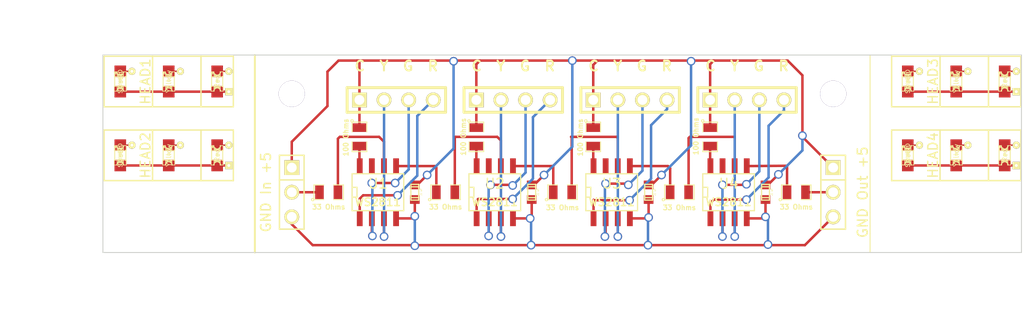
<source format=kicad_pcb>
(kicad_pcb (version 3) (host pcbnew "(2013-june-11)-stable")

  (general
    (links 48)
    (no_connects 0)
    (area 101.715994 96.083001 221.062126 129.7)
    (thickness 1.6)
    (drawings 9)
    (tracks 229)
    (zones 0)
    (modules 29)
    (nets 29)
  )

  (page A3)
  (layers
    (15 F.Cu signal)
    (0 B.Cu signal)
    (16 B.Adhes user)
    (17 F.Adhes user)
    (18 B.Paste user)
    (19 F.Paste user)
    (20 B.SilkS user)
    (21 F.SilkS user)
    (22 B.Mask user)
    (23 F.Mask user)
    (24 Dwgs.User user)
    (25 Cmts.User user)
    (26 Eco1.User user)
    (27 Eco2.User user)
    (28 Edge.Cuts user)
  )

  (setup
    (last_trace_width 0.254)
    (trace_clearance 0.254)
    (zone_clearance 0.508)
    (zone_45_only no)
    (trace_min 0.254)
    (segment_width 0.1)
    (edge_width 0.1)
    (via_size 0.889)
    (via_drill 0.635)
    (via_min_size 0.889)
    (via_min_drill 0.508)
    (uvia_size 0.508)
    (uvia_drill 0.127)
    (uvias_allowed no)
    (uvia_min_size 0.508)
    (uvia_min_drill 0.127)
    (pcb_text_width 0.3)
    (pcb_text_size 1.5 1.5)
    (mod_edge_width 0.15)
    (mod_text_size 1 1)
    (mod_text_width 0.15)
    (pad_size 1.5 1.5)
    (pad_drill 0.6)
    (pad_to_mask_clearance 0)
    (aux_axis_origin 0 0)
    (visible_elements FFFFFFBF)
    (pcbplotparams
      (layerselection 3178497)
      (usegerberextensions true)
      (excludeedgelayer true)
      (linewidth 0.150000)
      (plotframeref false)
      (viasonmask false)
      (mode 1)
      (useauxorigin false)
      (hpglpennumber 1)
      (hpglpenspeed 20)
      (hpglpendiameter 15)
      (hpglpenoverlay 2)
      (psnegative false)
      (psa4output false)
      (plotreference true)
      (plotvalue true)
      (plotothertext true)
      (plotinvisibletext false)
      (padsonsilk false)
      (subtractmaskfromsilk false)
      (outputformat 1)
      (mirror false)
      (drillshape 1)
      (scaleselection 1)
      (outputdirectory ""))
  )

  (net 0 "")
  (net 1 +5V)
  (net 2 GND)
  (net 3 N-000001)
  (net 4 N-0000010)
  (net 5 N-0000011)
  (net 6 N-0000012)
  (net 7 N-0000013)
  (net 8 N-0000014)
  (net 9 N-0000015)
  (net 10 N-0000016)
  (net 11 N-0000017)
  (net 12 N-0000018)
  (net 13 N-0000019)
  (net 14 N-000002)
  (net 15 N-0000020)
  (net 16 N-0000021)
  (net 17 N-0000022)
  (net 18 N-0000023)
  (net 19 N-0000024)
  (net 20 N-0000025)
  (net 21 N-0000026)
  (net 22 N-000003)
  (net 23 N-000004)
  (net 24 N-000005)
  (net 25 N-000006)
  (net 26 N-000007)
  (net 27 N-000008)
  (net 28 N-000009)

  (net_class Default "This is the default net class."
    (clearance 0.254)
    (trace_width 0.254)
    (via_dia 0.889)
    (via_drill 0.635)
    (uvia_dia 0.508)
    (uvia_drill 0.127)
    (add_net "")
    (add_net +5V)
    (add_net GND)
    (add_net N-000001)
    (add_net N-0000010)
    (add_net N-0000011)
    (add_net N-0000012)
    (add_net N-0000013)
    (add_net N-0000014)
    (add_net N-0000015)
    (add_net N-0000016)
    (add_net N-0000017)
    (add_net N-0000018)
    (add_net N-0000019)
    (add_net N-000002)
    (add_net N-0000020)
    (add_net N-0000021)
    (add_net N-0000022)
    (add_net N-0000023)
    (add_net N-0000024)
    (add_net N-0000025)
    (add_net N-0000026)
    (add_net N-000003)
    (add_net N-000004)
    (add_net N-000005)
    (add_net N-000006)
    (add_net N-000007)
    (add_net N-000008)
    (add_net N-000009)
  )

  (module SOIC-8_N (layer F.Cu) (tedit 515D92CB) (tstamp 5AB5CCB1)
    (at 142.24 115.57)
    (descr "module CMS SOJ 8 pins etroit")
    (tags "CMS SOJ")
    (path /5AB561DA)
    (attr smd)
    (fp_text reference U1 (at 0 -0.889) (layer F.SilkS)
      (effects (font (size 1 1) (thickness 0.15)))
    )
    (fp_text value WS2811 (at 0 1.016) (layer F.SilkS)
      (effects (font (size 0.8 0.8) (thickness 0.15)))
    )
    (fp_line (start -2.667 1.778) (end -2.667 1.905) (layer F.SilkS) (width 0.127))
    (fp_line (start -2.667 1.905) (end 2.667 1.905) (layer F.SilkS) (width 0.127))
    (fp_line (start 2.667 -1.905) (end -2.667 -1.905) (layer F.SilkS) (width 0.127))
    (fp_line (start -2.667 -1.905) (end -2.667 1.778) (layer F.SilkS) (width 0.127))
    (fp_line (start -2.667 -0.508) (end -2.159 -0.508) (layer F.SilkS) (width 0.127))
    (fp_line (start -2.159 -0.508) (end -2.159 0.508) (layer F.SilkS) (width 0.127))
    (fp_line (start -2.159 0.508) (end -2.667 0.508) (layer F.SilkS) (width 0.127))
    (fp_line (start 2.667 -1.905) (end 2.667 1.905) (layer F.SilkS) (width 0.127))
    (pad 8 smd rect (at -1.875 -2.7) (size 0.6 1.6)
      (layers F.Cu F.Paste F.Mask)
      (net 13 N-0000019)
    )
    (pad 1 smd rect (at -1.875 2.7) (size 0.6 1.6)
      (layers F.Cu F.Paste F.Mask)
      (net 17 N-0000022)
    )
    (pad 7 smd rect (at -0.625 -2.7) (size 0.6 1.6)
      (layers F.Cu F.Paste F.Mask)
    )
    (pad 6 smd rect (at 0.625 -2.7) (size 0.6 1.6)
      (layers F.Cu F.Paste F.Mask)
      (net 14 N-000002)
    )
    (pad 5 smd rect (at 1.875 -2.7) (size 0.6 1.6)
      (layers F.Cu F.Paste F.Mask)
      (net 22 N-000003)
    )
    (pad 2 smd rect (at -0.625 2.7) (size 0.6 1.6)
      (layers F.Cu F.Paste F.Mask)
      (net 16 N-0000021)
    )
    (pad 3 smd rect (at 0.625 2.7) (size 0.6 1.6)
      (layers F.Cu F.Paste F.Mask)
      (net 15 N-0000020)
    )
    (pad 4 smd rect (at 1.875 2.7) (size 0.6 1.6)
      (layers F.Cu F.Paste F.Mask)
      (net 2 GND)
    )
    (model smd/cms_so8.wrl
      (at (xyz 0 0 0))
      (scale (xyz 0.5 0.32 0.5))
      (rotate (xyz 0 0 0))
    )
  )

  (module SOIC-8_N (layer F.Cu) (tedit 515D92CB) (tstamp 5AB5CCC5)
    (at 154.305 115.57)
    (descr "module CMS SOJ 8 pins etroit")
    (tags "CMS SOJ")
    (path /5AB561DB)
    (attr smd)
    (fp_text reference U2 (at 0 -0.889) (layer F.SilkS)
      (effects (font (size 1 1) (thickness 0.15)))
    )
    (fp_text value WS2811 (at 0 1.016) (layer F.SilkS)
      (effects (font (size 0.8 0.8) (thickness 0.15)))
    )
    (fp_line (start -2.667 1.778) (end -2.667 1.905) (layer F.SilkS) (width 0.127))
    (fp_line (start -2.667 1.905) (end 2.667 1.905) (layer F.SilkS) (width 0.127))
    (fp_line (start 2.667 -1.905) (end -2.667 -1.905) (layer F.SilkS) (width 0.127))
    (fp_line (start -2.667 -1.905) (end -2.667 1.778) (layer F.SilkS) (width 0.127))
    (fp_line (start -2.667 -0.508) (end -2.159 -0.508) (layer F.SilkS) (width 0.127))
    (fp_line (start -2.159 -0.508) (end -2.159 0.508) (layer F.SilkS) (width 0.127))
    (fp_line (start -2.159 0.508) (end -2.667 0.508) (layer F.SilkS) (width 0.127))
    (fp_line (start 2.667 -1.905) (end 2.667 1.905) (layer F.SilkS) (width 0.127))
    (pad 8 smd rect (at -1.875 -2.7) (size 0.6 1.6)
      (layers F.Cu F.Paste F.Mask)
      (net 18 N-0000023)
    )
    (pad 1 smd rect (at -1.875 2.7) (size 0.6 1.6)
      (layers F.Cu F.Paste F.Mask)
      (net 21 N-0000026)
    )
    (pad 7 smd rect (at -0.625 -2.7) (size 0.6 1.6)
      (layers F.Cu F.Paste F.Mask)
    )
    (pad 6 smd rect (at 0.625 -2.7) (size 0.6 1.6)
      (layers F.Cu F.Paste F.Mask)
      (net 23 N-000004)
    )
    (pad 5 smd rect (at 1.875 -2.7) (size 0.6 1.6)
      (layers F.Cu F.Paste F.Mask)
      (net 24 N-000005)
    )
    (pad 2 smd rect (at -0.625 2.7) (size 0.6 1.6)
      (layers F.Cu F.Paste F.Mask)
      (net 20 N-0000025)
    )
    (pad 3 smd rect (at 0.625 2.7) (size 0.6 1.6)
      (layers F.Cu F.Paste F.Mask)
      (net 19 N-0000024)
    )
    (pad 4 smd rect (at 1.875 2.7) (size 0.6 1.6)
      (layers F.Cu F.Paste F.Mask)
      (net 2 GND)
    )
    (model smd/cms_so8.wrl
      (at (xyz 0 0 0))
      (scale (xyz 0.5 0.32 0.5))
      (rotate (xyz 0 0 0))
    )
  )

  (module SOIC-8_N (layer F.Cu) (tedit 515D92CB) (tstamp 5AB5CCD9)
    (at 166.37 115.57)
    (descr "module CMS SOJ 8 pins etroit")
    (tags "CMS SOJ")
    (path /5AB561DC)
    (attr smd)
    (fp_text reference U3 (at 0 -0.889) (layer F.SilkS)
      (effects (font (size 1 1) (thickness 0.15)))
    )
    (fp_text value WS2811 (at 0 1.016) (layer F.SilkS)
      (effects (font (size 0.8 0.8) (thickness 0.15)))
    )
    (fp_line (start -2.667 1.778) (end -2.667 1.905) (layer F.SilkS) (width 0.127))
    (fp_line (start -2.667 1.905) (end 2.667 1.905) (layer F.SilkS) (width 0.127))
    (fp_line (start 2.667 -1.905) (end -2.667 -1.905) (layer F.SilkS) (width 0.127))
    (fp_line (start -2.667 -1.905) (end -2.667 1.778) (layer F.SilkS) (width 0.127))
    (fp_line (start -2.667 -0.508) (end -2.159 -0.508) (layer F.SilkS) (width 0.127))
    (fp_line (start -2.159 -0.508) (end -2.159 0.508) (layer F.SilkS) (width 0.127))
    (fp_line (start -2.159 0.508) (end -2.667 0.508) (layer F.SilkS) (width 0.127))
    (fp_line (start 2.667 -1.905) (end 2.667 1.905) (layer F.SilkS) (width 0.127))
    (pad 8 smd rect (at -1.875 -2.7) (size 0.6 1.6)
      (layers F.Cu F.Paste F.Mask)
      (net 5 N-0000011)
    )
    (pad 1 smd rect (at -1.875 2.7) (size 0.6 1.6)
      (layers F.Cu F.Paste F.Mask)
      (net 8 N-0000014)
    )
    (pad 7 smd rect (at -0.625 -2.7) (size 0.6 1.6)
      (layers F.Cu F.Paste F.Mask)
    )
    (pad 6 smd rect (at 0.625 -2.7) (size 0.6 1.6)
      (layers F.Cu F.Paste F.Mask)
      (net 25 N-000006)
    )
    (pad 5 smd rect (at 1.875 -2.7) (size 0.6 1.6)
      (layers F.Cu F.Paste F.Mask)
      (net 26 N-000007)
    )
    (pad 2 smd rect (at -0.625 2.7) (size 0.6 1.6)
      (layers F.Cu F.Paste F.Mask)
      (net 7 N-0000013)
    )
    (pad 3 smd rect (at 0.625 2.7) (size 0.6 1.6)
      (layers F.Cu F.Paste F.Mask)
      (net 6 N-0000012)
    )
    (pad 4 smd rect (at 1.875 2.7) (size 0.6 1.6)
      (layers F.Cu F.Paste F.Mask)
      (net 2 GND)
    )
    (model smd/cms_so8.wrl
      (at (xyz 0 0 0))
      (scale (xyz 0.5 0.32 0.5))
      (rotate (xyz 0 0 0))
    )
  )

  (module SOIC-8_N (layer F.Cu) (tedit 515D92CB) (tstamp 5AB5CCED)
    (at 178.435 115.57)
    (descr "module CMS SOJ 8 pins etroit")
    (tags "CMS SOJ")
    (path /5AB561DD)
    (attr smd)
    (fp_text reference U4 (at 0 -0.889) (layer F.SilkS)
      (effects (font (size 1 1) (thickness 0.15)))
    )
    (fp_text value WS2811 (at 0 1.016) (layer F.SilkS)
      (effects (font (size 0.8 0.8) (thickness 0.15)))
    )
    (fp_line (start -2.667 1.778) (end -2.667 1.905) (layer F.SilkS) (width 0.127))
    (fp_line (start -2.667 1.905) (end 2.667 1.905) (layer F.SilkS) (width 0.127))
    (fp_line (start 2.667 -1.905) (end -2.667 -1.905) (layer F.SilkS) (width 0.127))
    (fp_line (start -2.667 -1.905) (end -2.667 1.778) (layer F.SilkS) (width 0.127))
    (fp_line (start -2.667 -0.508) (end -2.159 -0.508) (layer F.SilkS) (width 0.127))
    (fp_line (start -2.159 -0.508) (end -2.159 0.508) (layer F.SilkS) (width 0.127))
    (fp_line (start -2.159 0.508) (end -2.667 0.508) (layer F.SilkS) (width 0.127))
    (fp_line (start 2.667 -1.905) (end 2.667 1.905) (layer F.SilkS) (width 0.127))
    (pad 8 smd rect (at -1.875 -2.7) (size 0.6 1.6)
      (layers F.Cu F.Paste F.Mask)
      (net 10 N-0000016)
    )
    (pad 1 smd rect (at -1.875 2.7) (size 0.6 1.6)
      (layers F.Cu F.Paste F.Mask)
      (net 12 N-0000018)
    )
    (pad 7 smd rect (at -0.625 -2.7) (size 0.6 1.6)
      (layers F.Cu F.Paste F.Mask)
    )
    (pad 6 smd rect (at 0.625 -2.7) (size 0.6 1.6)
      (layers F.Cu F.Paste F.Mask)
      (net 27 N-000008)
    )
    (pad 5 smd rect (at 1.875 -2.7) (size 0.6 1.6)
      (layers F.Cu F.Paste F.Mask)
      (net 28 N-000009)
    )
    (pad 2 smd rect (at -0.625 2.7) (size 0.6 1.6)
      (layers F.Cu F.Paste F.Mask)
      (net 11 N-0000017)
    )
    (pad 3 smd rect (at 0.625 2.7) (size 0.6 1.6)
      (layers F.Cu F.Paste F.Mask)
      (net 9 N-0000015)
    )
    (pad 4 smd rect (at 1.875 2.7) (size 0.6 1.6)
      (layers F.Cu F.Paste F.Mask)
      (net 2 GND)
    )
    (model smd/cms_so8.wrl
      (at (xyz 0 0 0))
      (scale (xyz 0.5 0.32 0.5))
      (rotate (xyz 0 0 0))
    )
  )

  (module SM0805 (layer F.Cu) (tedit 5AB596EF) (tstamp 5AB5CCFA)
    (at 176.53 109.855 270)
    (path /5AB561E6)
    (attr smd)
    (fp_text reference R8 (at 0 -0.3175 270) (layer F.SilkS) hide
      (effects (font (size 0.50038 0.50038) (thickness 0.10922)))
    )
    (fp_text value "100 Ohms" (at -0.0635 1.4605 270) (layer F.SilkS)
      (effects (font (size 0.50038 0.50038) (thickness 0.10922)))
    )
    (fp_circle (center -1.651 0.762) (end -1.651 0.635) (layer F.SilkS) (width 0.09906))
    (fp_line (start -0.508 0.762) (end -1.524 0.762) (layer F.SilkS) (width 0.09906))
    (fp_line (start -1.524 0.762) (end -1.524 -0.762) (layer F.SilkS) (width 0.09906))
    (fp_line (start -1.524 -0.762) (end -0.508 -0.762) (layer F.SilkS) (width 0.09906))
    (fp_line (start 0.508 -0.762) (end 1.524 -0.762) (layer F.SilkS) (width 0.09906))
    (fp_line (start 1.524 -0.762) (end 1.524 0.762) (layer F.SilkS) (width 0.09906))
    (fp_line (start 1.524 0.762) (end 0.508 0.762) (layer F.SilkS) (width 0.09906))
    (pad 1 smd rect (at -0.9525 0 270) (size 0.889 1.397)
      (layers F.Cu F.Paste F.Mask)
      (net 1 +5V)
    )
    (pad 2 smd rect (at 0.9525 0 270) (size 0.889 1.397)
      (layers F.Cu F.Paste F.Mask)
      (net 10 N-0000016)
    )
    (model smd/chip_cms.wrl
      (at (xyz 0 0 0))
      (scale (xyz 0.1 0.1 0.1))
      (rotate (xyz 0 0 0))
    )
  )

  (module SM0805 (layer F.Cu) (tedit 5AB596C4) (tstamp 5AB5CD07)
    (at 164.465 109.855 270)
    (path /5AB561E5)
    (attr smd)
    (fp_text reference R6 (at 0 -0.3175 270) (layer F.SilkS) hide
      (effects (font (size 0.50038 0.50038) (thickness 0.10922)))
    )
    (fp_text value "100 Ohms" (at 0.0635 1.3335 270) (layer F.SilkS)
      (effects (font (size 0.50038 0.50038) (thickness 0.10922)))
    )
    (fp_circle (center -1.651 0.762) (end -1.651 0.635) (layer F.SilkS) (width 0.09906))
    (fp_line (start -0.508 0.762) (end -1.524 0.762) (layer F.SilkS) (width 0.09906))
    (fp_line (start -1.524 0.762) (end -1.524 -0.762) (layer F.SilkS) (width 0.09906))
    (fp_line (start -1.524 -0.762) (end -0.508 -0.762) (layer F.SilkS) (width 0.09906))
    (fp_line (start 0.508 -0.762) (end 1.524 -0.762) (layer F.SilkS) (width 0.09906))
    (fp_line (start 1.524 -0.762) (end 1.524 0.762) (layer F.SilkS) (width 0.09906))
    (fp_line (start 1.524 0.762) (end 0.508 0.762) (layer F.SilkS) (width 0.09906))
    (pad 1 smd rect (at -0.9525 0 270) (size 0.889 1.397)
      (layers F.Cu F.Paste F.Mask)
      (net 1 +5V)
    )
    (pad 2 smd rect (at 0.9525 0 270) (size 0.889 1.397)
      (layers F.Cu F.Paste F.Mask)
      (net 5 N-0000011)
    )
    (model smd/chip_cms.wrl
      (at (xyz 0 0 0))
      (scale (xyz 0.1 0.1 0.1))
      (rotate (xyz 0 0 0))
    )
  )

  (module SM0805 (layer F.Cu) (tedit 5AB59693) (tstamp 5AB5CD14)
    (at 152.4 109.855 270)
    (path /5AB561E4)
    (attr smd)
    (fp_text reference R4 (at 0 -0.3175 270) (layer F.SilkS) hide
      (effects (font (size 0.50038 0.50038) (thickness 0.10922)))
    )
    (fp_text value "100 Ohms" (at 0 1.3335 270) (layer F.SilkS)
      (effects (font (size 0.50038 0.50038) (thickness 0.10922)))
    )
    (fp_circle (center -1.651 0.762) (end -1.651 0.635) (layer F.SilkS) (width 0.09906))
    (fp_line (start -0.508 0.762) (end -1.524 0.762) (layer F.SilkS) (width 0.09906))
    (fp_line (start -1.524 0.762) (end -1.524 -0.762) (layer F.SilkS) (width 0.09906))
    (fp_line (start -1.524 -0.762) (end -0.508 -0.762) (layer F.SilkS) (width 0.09906))
    (fp_line (start 0.508 -0.762) (end 1.524 -0.762) (layer F.SilkS) (width 0.09906))
    (fp_line (start 1.524 -0.762) (end 1.524 0.762) (layer F.SilkS) (width 0.09906))
    (fp_line (start 1.524 0.762) (end 0.508 0.762) (layer F.SilkS) (width 0.09906))
    (pad 1 smd rect (at -0.9525 0 270) (size 0.889 1.397)
      (layers F.Cu F.Paste F.Mask)
      (net 1 +5V)
    )
    (pad 2 smd rect (at 0.9525 0 270) (size 0.889 1.397)
      (layers F.Cu F.Paste F.Mask)
      (net 18 N-0000023)
    )
    (model smd/chip_cms.wrl
      (at (xyz 0 0 0))
      (scale (xyz 0.1 0.1 0.1))
      (rotate (xyz 0 0 0))
    )
  )

  (module SM0805 (layer F.Cu) (tedit 5AB59676) (tstamp 5AB5CD21)
    (at 140.335 109.855 270)
    (path /5AB561E3)
    (attr smd)
    (fp_text reference R2 (at 0 -0.3175 270) (layer F.SilkS) hide
      (effects (font (size 0.50038 0.50038) (thickness 0.10922)))
    )
    (fp_text value "100 Ohms" (at 0.0635 1.397 270) (layer F.SilkS)
      (effects (font (size 0.50038 0.50038) (thickness 0.10922)))
    )
    (fp_circle (center -1.651 0.762) (end -1.651 0.635) (layer F.SilkS) (width 0.09906))
    (fp_line (start -0.508 0.762) (end -1.524 0.762) (layer F.SilkS) (width 0.09906))
    (fp_line (start -1.524 0.762) (end -1.524 -0.762) (layer F.SilkS) (width 0.09906))
    (fp_line (start -1.524 -0.762) (end -0.508 -0.762) (layer F.SilkS) (width 0.09906))
    (fp_line (start 0.508 -0.762) (end 1.524 -0.762) (layer F.SilkS) (width 0.09906))
    (fp_line (start 1.524 -0.762) (end 1.524 0.762) (layer F.SilkS) (width 0.09906))
    (fp_line (start 1.524 0.762) (end 0.508 0.762) (layer F.SilkS) (width 0.09906))
    (pad 1 smd rect (at -0.9525 0 270) (size 0.889 1.397)
      (layers F.Cu F.Paste F.Mask)
      (net 1 +5V)
    )
    (pad 2 smd rect (at 0.9525 0 270) (size 0.889 1.397)
      (layers F.Cu F.Paste F.Mask)
      (net 13 N-0000019)
    )
    (model smd/chip_cms.wrl
      (at (xyz 0 0 0))
      (scale (xyz 0.1 0.1 0.1))
      (rotate (xyz 0 0 0))
    )
  )

  (module SM0805 (layer F.Cu) (tedit 5AB59713) (tstamp 5AB5CD2E)
    (at 185.42 115.57)
    (path /5AB561E2)
    (attr smd)
    (fp_text reference R9 (at 0 -0.3175) (layer F.SilkS) hide
      (effects (font (size 0.50038 0.50038) (thickness 0.10922)))
    )
    (fp_text value "33 Ohms" (at 0 1.524) (layer F.SilkS)
      (effects (font (size 0.50038 0.50038) (thickness 0.10922)))
    )
    (fp_circle (center -1.651 0.762) (end -1.651 0.635) (layer F.SilkS) (width 0.09906))
    (fp_line (start -0.508 0.762) (end -1.524 0.762) (layer F.SilkS) (width 0.09906))
    (fp_line (start -1.524 0.762) (end -1.524 -0.762) (layer F.SilkS) (width 0.09906))
    (fp_line (start -1.524 -0.762) (end -0.508 -0.762) (layer F.SilkS) (width 0.09906))
    (fp_line (start 0.508 -0.762) (end 1.524 -0.762) (layer F.SilkS) (width 0.09906))
    (fp_line (start 1.524 -0.762) (end 1.524 0.762) (layer F.SilkS) (width 0.09906))
    (fp_line (start 1.524 0.762) (end 0.508 0.762) (layer F.SilkS) (width 0.09906))
    (pad 1 smd rect (at -0.9525 0) (size 0.889 1.397)
      (layers F.Cu F.Paste F.Mask)
      (net 28 N-000009)
    )
    (pad 2 smd rect (at 0.9525 0) (size 0.889 1.397)
      (layers F.Cu F.Paste F.Mask)
      (net 4 N-0000010)
    )
    (model smd/chip_cms.wrl
      (at (xyz 0 0 0))
      (scale (xyz 0.1 0.1 0.1))
      (rotate (xyz 0 0 0))
    )
  )

  (module SM0805 (layer F.Cu) (tedit 5AB59635) (tstamp 5AB5CD3B)
    (at 137.16 115.57)
    (path /5AB561E1)
    (attr smd)
    (fp_text reference R1 (at 0 -0.3175) (layer F.SilkS) hide
      (effects (font (size 0.50038 0.50038) (thickness 0.10922)))
    )
    (fp_text value "33 Ohms" (at 0 1.524) (layer F.SilkS)
      (effects (font (size 0.50038 0.50038) (thickness 0.10922)))
    )
    (fp_circle (center -1.651 0.762) (end -1.651 0.635) (layer F.SilkS) (width 0.09906))
    (fp_line (start -0.508 0.762) (end -1.524 0.762) (layer F.SilkS) (width 0.09906))
    (fp_line (start -1.524 0.762) (end -1.524 -0.762) (layer F.SilkS) (width 0.09906))
    (fp_line (start -1.524 -0.762) (end -0.508 -0.762) (layer F.SilkS) (width 0.09906))
    (fp_line (start 0.508 -0.762) (end 1.524 -0.762) (layer F.SilkS) (width 0.09906))
    (fp_line (start 1.524 -0.762) (end 1.524 0.762) (layer F.SilkS) (width 0.09906))
    (fp_line (start 1.524 0.762) (end 0.508 0.762) (layer F.SilkS) (width 0.09906))
    (pad 1 smd rect (at -0.9525 0) (size 0.889 1.397)
      (layers F.Cu F.Paste F.Mask)
      (net 3 N-000001)
    )
    (pad 2 smd rect (at 0.9525 0) (size 0.889 1.397)
      (layers F.Cu F.Paste F.Mask)
      (net 14 N-000002)
    )
    (model smd/chip_cms.wrl
      (at (xyz 0 0 0))
      (scale (xyz 0.1 0.1 0.1))
      (rotate (xyz 0 0 0))
    )
  )

  (module SM0805 (layer F.Cu) (tedit 5AB596E4) (tstamp 5AB5CD48)
    (at 173.355 115.57)
    (path /5AB561E0)
    (attr smd)
    (fp_text reference R7 (at 0 -0.3175) (layer F.SilkS) hide
      (effects (font (size 0.50038 0.50038) (thickness 0.10922)))
    )
    (fp_text value "33 Ohms" (at 0 1.5875) (layer F.SilkS)
      (effects (font (size 0.50038 0.50038) (thickness 0.10922)))
    )
    (fp_circle (center -1.651 0.762) (end -1.651 0.635) (layer F.SilkS) (width 0.09906))
    (fp_line (start -0.508 0.762) (end -1.524 0.762) (layer F.SilkS) (width 0.09906))
    (fp_line (start -1.524 0.762) (end -1.524 -0.762) (layer F.SilkS) (width 0.09906))
    (fp_line (start -1.524 -0.762) (end -0.508 -0.762) (layer F.SilkS) (width 0.09906))
    (fp_line (start 0.508 -0.762) (end 1.524 -0.762) (layer F.SilkS) (width 0.09906))
    (fp_line (start 1.524 -0.762) (end 1.524 0.762) (layer F.SilkS) (width 0.09906))
    (fp_line (start 1.524 0.762) (end 0.508 0.762) (layer F.SilkS) (width 0.09906))
    (pad 1 smd rect (at -0.9525 0) (size 0.889 1.397)
      (layers F.Cu F.Paste F.Mask)
      (net 26 N-000007)
    )
    (pad 2 smd rect (at 0.9525 0) (size 0.889 1.397)
      (layers F.Cu F.Paste F.Mask)
      (net 27 N-000008)
    )
    (model smd/chip_cms.wrl
      (at (xyz 0 0 0))
      (scale (xyz 0.1 0.1 0.1))
      (rotate (xyz 0 0 0))
    )
  )

  (module SM0805 (layer F.Cu) (tedit 5AB596B2) (tstamp 5AB5CD55)
    (at 161.29 115.57)
    (path /5AB561DF)
    (attr smd)
    (fp_text reference R5 (at 0 -0.3175) (layer F.SilkS) hide
      (effects (font (size 0.50038 0.50038) (thickness 0.10922)))
    )
    (fp_text value "33 Ohms" (at 0 1.5875) (layer F.SilkS)
      (effects (font (size 0.50038 0.50038) (thickness 0.10922)))
    )
    (fp_circle (center -1.651 0.762) (end -1.651 0.635) (layer F.SilkS) (width 0.09906))
    (fp_line (start -0.508 0.762) (end -1.524 0.762) (layer F.SilkS) (width 0.09906))
    (fp_line (start -1.524 0.762) (end -1.524 -0.762) (layer F.SilkS) (width 0.09906))
    (fp_line (start -1.524 -0.762) (end -0.508 -0.762) (layer F.SilkS) (width 0.09906))
    (fp_line (start 0.508 -0.762) (end 1.524 -0.762) (layer F.SilkS) (width 0.09906))
    (fp_line (start 1.524 -0.762) (end 1.524 0.762) (layer F.SilkS) (width 0.09906))
    (fp_line (start 1.524 0.762) (end 0.508 0.762) (layer F.SilkS) (width 0.09906))
    (pad 1 smd rect (at -0.9525 0) (size 0.889 1.397)
      (layers F.Cu F.Paste F.Mask)
      (net 24 N-000005)
    )
    (pad 2 smd rect (at 0.9525 0) (size 0.889 1.397)
      (layers F.Cu F.Paste F.Mask)
      (net 25 N-000006)
    )
    (model smd/chip_cms.wrl
      (at (xyz 0 0 0))
      (scale (xyz 0.1 0.1 0.1))
      (rotate (xyz 0 0 0))
    )
  )

  (module SM0805 (layer F.Cu) (tedit 5AB59663) (tstamp 5AB5CD62)
    (at 149.225 115.57)
    (path /5AB561DE)
    (attr smd)
    (fp_text reference R3 (at 0 -0.3175) (layer F.SilkS) hide
      (effects (font (size 0.50038 0.50038) (thickness 0.10922)))
    )
    (fp_text value "33 Ohms" (at 0 1.524) (layer F.SilkS)
      (effects (font (size 0.50038 0.50038) (thickness 0.10922)))
    )
    (fp_circle (center -1.651 0.762) (end -1.651 0.635) (layer F.SilkS) (width 0.09906))
    (fp_line (start -0.508 0.762) (end -1.524 0.762) (layer F.SilkS) (width 0.09906))
    (fp_line (start -1.524 0.762) (end -1.524 -0.762) (layer F.SilkS) (width 0.09906))
    (fp_line (start -1.524 -0.762) (end -0.508 -0.762) (layer F.SilkS) (width 0.09906))
    (fp_line (start 0.508 -0.762) (end 1.524 -0.762) (layer F.SilkS) (width 0.09906))
    (fp_line (start 1.524 -0.762) (end 1.524 0.762) (layer F.SilkS) (width 0.09906))
    (fp_line (start 1.524 0.762) (end 0.508 0.762) (layer F.SilkS) (width 0.09906))
    (pad 1 smd rect (at -0.9525 0) (size 0.889 1.397)
      (layers F.Cu F.Paste F.Mask)
      (net 22 N-000003)
    )
    (pad 2 smd rect (at 0.9525 0) (size 0.889 1.397)
      (layers F.Cu F.Paste F.Mask)
      (net 23 N-000004)
    )
    (model smd/chip_cms.wrl
      (at (xyz 0 0 0))
      (scale (xyz 0.1 0.1 0.1))
      (rotate (xyz 0 0 0))
    )
  )

  (module SH3 (layer F.Cu) (tedit 5AB43C2D) (tstamp 5AB5CE1F)
    (at 120.65 104.14 90)
    (path /5AB561EB)
    (fp_text reference HEAD1 (at 0 -2.4 90) (layer F.SilkS)
      (effects (font (size 1 1) (thickness 0.15)))
    )
    (fp_text value SIGHEAD (at 0 -5 90) (layer F.SilkS)
      (effects (font (size 0.4 0.4) (thickness 0.0625)))
    )
    (fp_line (start 1.04902 5) (end 1.04902 5.9) (layer F.Cu) (width 0.15))
    (fp_line (start 1.04902 0) (end 1.04902 0.9) (layer F.Cu) (width 0.15))
    (fp_line (start 1.04902 -5) (end 1.04902 -3.5) (layer F.Cu) (width 0.15))
    (fp_line (start -1.04902 -5) (end -1.04902 5.9) (layer F.Cu) (width 0.254))
    (fp_text user Red (at 0 5 90) (layer F.SilkS)
      (effects (font (size 0.5 0.5) (thickness 0.075)))
    )
    (fp_line (start -2.61 3.33) (end 2.61 3.33) (layer F.SilkS) (width 0.15))
    (fp_line (start -2.61 -1.67) (end 2.61 -1.67) (layer F.SilkS) (width 0.15))
    (fp_text user Yellow (at 0 0 90) (layer F.SilkS)
      (effects (font (size 0.5 0.5) (thickness 0.075)))
    )
    (fp_text user Green (at 0 -5 90) (layer F.SilkS)
      (effects (font (size 0.5 0.5) (thickness 0.075)))
    )
    (fp_circle (center 0 5) (end 1.5 5) (layer Dwgs.User) (width 0.15))
    (fp_circle (center 0 -5) (end 1.5 -5) (layer Dwgs.User) (width 0.15))
    (fp_circle (center 0 0) (end 1.5 0) (layer Dwgs.User) (width 0.15))
    (fp_line (start -2.61 -6.67) (end 2.61 -6.67) (layer F.SilkS) (width 0.15))
    (fp_line (start 2.61 -6.67) (end 2.61 6.67) (layer F.SilkS) (width 0.15))
    (fp_line (start 2.61 6.67) (end -2.61 6.67) (layer F.SilkS) (width 0.15))
    (fp_line (start -2.61 6.67) (end -2.61 -6.67) (layer F.SilkS) (width 0.15))
    (fp_line (start 0.49784 0.29972) (end 0.49784 0.62484) (layer F.SilkS) (width 0.06604))
    (fp_line (start 0.49784 0.62484) (end 0.99822 0.62484) (layer F.SilkS) (width 0.06604))
    (fp_line (start 0.99822 0.29972) (end 0.99822 0.62484) (layer F.SilkS) (width 0.06604))
    (fp_line (start 0.49784 0.29972) (end 0.99822 0.29972) (layer F.SilkS) (width 0.06604))
    (fp_line (start 0.49784 -0.32258) (end 0.49784 -0.17272) (layer F.SilkS) (width 0.06604))
    (fp_line (start 0.49784 -0.17272) (end 0.7493 -0.17272) (layer F.SilkS) (width 0.06604))
    (fp_line (start 0.7493 -0.32258) (end 0.7493 -0.17272) (layer F.SilkS) (width 0.06604))
    (fp_line (start 0.49784 -0.32258) (end 0.7493 -0.32258) (layer F.SilkS) (width 0.06604))
    (fp_line (start 0.49784 0.17272) (end 0.49784 0.32258) (layer F.SilkS) (width 0.06604))
    (fp_line (start 0.49784 0.32258) (end 0.7493 0.32258) (layer F.SilkS) (width 0.06604))
    (fp_line (start 0.7493 0.17272) (end 0.7493 0.32258) (layer F.SilkS) (width 0.06604))
    (fp_line (start 0.49784 0.17272) (end 0.7493 0.17272) (layer F.SilkS) (width 0.06604))
    (fp_line (start 0.49784 -0.19812) (end 0.49784 0.19812) (layer F.SilkS) (width 0.06604))
    (fp_line (start 0.49784 0.19812) (end 0.6731 0.19812) (layer F.SilkS) (width 0.06604))
    (fp_line (start 0.6731 -0.19812) (end 0.6731 0.19812) (layer F.SilkS) (width 0.06604))
    (fp_line (start 0.49784 -0.19812) (end 0.6731 -0.19812) (layer F.SilkS) (width 0.06604))
    (fp_line (start -0.99822 0.29972) (end -0.99822 0.62484) (layer F.SilkS) (width 0.06604))
    (fp_line (start -0.99822 0.62484) (end -0.49784 0.62484) (layer F.SilkS) (width 0.06604))
    (fp_line (start -0.49784 0.29972) (end -0.49784 0.62484) (layer F.SilkS) (width 0.06604))
    (fp_line (start -0.99822 0.29972) (end -0.49784 0.29972) (layer F.SilkS) (width 0.06604))
    (fp_line (start -0.99822 -0.62484) (end -0.99822 -0.29972) (layer F.SilkS) (width 0.06604))
    (fp_line (start -0.99822 -0.29972) (end -0.49784 -0.29972) (layer F.SilkS) (width 0.06604))
    (fp_line (start -0.49784 -0.62484) (end -0.49784 -0.29972) (layer F.SilkS) (width 0.06604))
    (fp_line (start -0.99822 -0.62484) (end -0.49784 -0.62484) (layer F.SilkS) (width 0.06604))
    (fp_line (start -0.7493 0.17272) (end -0.7493 0.32258) (layer F.SilkS) (width 0.06604))
    (fp_line (start -0.7493 0.32258) (end -0.49784 0.32258) (layer F.SilkS) (width 0.06604))
    (fp_line (start -0.49784 0.17272) (end -0.49784 0.32258) (layer F.SilkS) (width 0.06604))
    (fp_line (start -0.7493 0.17272) (end -0.49784 0.17272) (layer F.SilkS) (width 0.06604))
    (fp_line (start -0.7493 -0.32258) (end -0.7493 -0.17272) (layer F.SilkS) (width 0.06604))
    (fp_line (start -0.7493 -0.17272) (end -0.49784 -0.17272) (layer F.SilkS) (width 0.06604))
    (fp_line (start -0.49784 -0.32258) (end -0.49784 -0.17272) (layer F.SilkS) (width 0.06604))
    (fp_line (start -0.7493 -0.32258) (end -0.49784 -0.32258) (layer F.SilkS) (width 0.06604))
    (fp_line (start -0.6731 -0.19812) (end -0.6731 0.19812) (layer F.SilkS) (width 0.06604))
    (fp_line (start -0.6731 0.19812) (end -0.49784 0.19812) (layer F.SilkS) (width 0.06604))
    (fp_line (start -0.49784 -0.19812) (end -0.49784 0.19812) (layer F.SilkS) (width 0.06604))
    (fp_line (start -0.6731 -0.19812) (end -0.49784 -0.19812) (layer F.SilkS) (width 0.06604))
    (fp_line (start 0 -0.09906) (end 0 0.09906) (layer F.SilkS) (width 0.06604))
    (fp_line (start 0 0.09906) (end 0.19812 0.09906) (layer F.SilkS) (width 0.06604))
    (fp_line (start 0.19812 -0.09906) (end 0.19812 0.09906) (layer F.SilkS) (width 0.06604))
    (fp_line (start 0 -0.09906) (end 0.19812 -0.09906) (layer F.SilkS) (width 0.06604))
    (fp_line (start 0.49784 -0.59944) (end 0.49784 -0.29972) (layer F.SilkS) (width 0.06604))
    (fp_line (start 0.49784 -0.29972) (end 0.79756 -0.29972) (layer F.SilkS) (width 0.06604))
    (fp_line (start 0.79756 -0.59944) (end 0.79756 -0.29972) (layer F.SilkS) (width 0.06604))
    (fp_line (start 0.49784 -0.59944) (end 0.79756 -0.59944) (layer F.SilkS) (width 0.06604))
    (fp_line (start 0.92456 -0.62484) (end 0.92456 -0.39878) (layer F.SilkS) (width 0.06604))
    (fp_line (start 0.92456 -0.39878) (end 0.99822 -0.39878) (layer F.SilkS) (width 0.06604))
    (fp_line (start 0.99822 -0.62484) (end 0.99822 -0.39878) (layer F.SilkS) (width 0.06604))
    (fp_line (start 0.92456 -0.62484) (end 0.99822 -0.62484) (layer F.SilkS) (width 0.06604))
    (fp_line (start 0.52324 0.57404) (end -0.52324 0.57404) (layer F.SilkS) (width 0.1016))
    (fp_line (start -0.49784 -0.57404) (end 0.92456 -0.57404) (layer F.SilkS) (width 0.1016))
    (fp_circle (center 0.84836 -0.44958) (end 0.89916 -0.50038) (layer F.SilkS) (width 0.0508))
    (fp_arc (start 0.99822 0) (end 0.99822 0.34798) (angle 180) (layer F.SilkS) (width 0.1016))
    (fp_arc (start -0.99822 0) (end -0.99822 -0.34798) (angle 180) (layer F.SilkS) (width 0.1016))
    (fp_line (start 0.49784 -4.70028) (end 0.49784 -4.37516) (layer F.SilkS) (width 0.06604))
    (fp_line (start 0.49784 -4.37516) (end 0.99822 -4.37516) (layer F.SilkS) (width 0.06604))
    (fp_line (start 0.99822 -4.70028) (end 0.99822 -4.37516) (layer F.SilkS) (width 0.06604))
    (fp_line (start 0.49784 -4.70028) (end 0.99822 -4.70028) (layer F.SilkS) (width 0.06604))
    (fp_line (start 0.49784 -5.32258) (end 0.49784 -5.17272) (layer F.SilkS) (width 0.06604))
    (fp_line (start 0.49784 -5.17272) (end 0.7493 -5.17272) (layer F.SilkS) (width 0.06604))
    (fp_line (start 0.7493 -5.32258) (end 0.7493 -5.17272) (layer F.SilkS) (width 0.06604))
    (fp_line (start 0.49784 -5.32258) (end 0.7493 -5.32258) (layer F.SilkS) (width 0.06604))
    (fp_line (start 0.49784 -4.82728) (end 0.49784 -4.67742) (layer F.SilkS) (width 0.06604))
    (fp_line (start 0.49784 -4.67742) (end 0.7493 -4.67742) (layer F.SilkS) (width 0.06604))
    (fp_line (start 0.7493 -4.82728) (end 0.7493 -4.67742) (layer F.SilkS) (width 0.06604))
    (fp_line (start 0.49784 -4.82728) (end 0.7493 -4.82728) (layer F.SilkS) (width 0.06604))
    (fp_line (start 0.49784 -5.19812) (end 0.49784 -4.80188) (layer F.SilkS) (width 0.06604))
    (fp_line (start 0.49784 0.19812) (end 0.6731 0.19812) (layer F.SilkS) (width 0.06604))
    (fp_line (start 0.6731 -5.19812) (end 0.6731 -4.80188) (layer F.SilkS) (width 0.06604))
    (fp_line (start 0.49784 -5.19812) (end 0.6731 -5.19812) (layer F.SilkS) (width 0.06604))
    (fp_line (start -0.99822 -4.70028) (end -0.99822 -4.37516) (layer F.SilkS) (width 0.06604))
    (fp_line (start -0.99822 -4.37516) (end -0.49784 -4.37516) (layer F.SilkS) (width 0.06604))
    (fp_line (start -0.49784 -4.70028) (end -0.49784 -4.37516) (layer F.SilkS) (width 0.06604))
    (fp_line (start -0.99822 -4.70028) (end -0.49784 -4.70028) (layer F.SilkS) (width 0.06604))
    (fp_line (start -0.99822 -5.62484) (end -0.99822 -5.29972) (layer F.SilkS) (width 0.06604))
    (fp_line (start -0.99822 -0.29972) (end -0.49784 -0.29972) (layer F.SilkS) (width 0.06604))
    (fp_line (start -0.49784 -5.62484) (end -0.49784 -5.29972) (layer F.SilkS) (width 0.06604))
    (fp_line (start -0.99822 -5.62484) (end -0.49784 -5.62484) (layer F.SilkS) (width 0.06604))
    (fp_line (start -0.7493 -4.82728) (end -0.7493 -4.67742) (layer F.SilkS) (width 0.06604))
    (fp_line (start -0.7493 -4.67742) (end -0.49784 -4.67742) (layer F.SilkS) (width 0.06604))
    (fp_line (start -0.49784 -4.82728) (end -0.49784 -4.67742) (layer F.SilkS) (width 0.06604))
    (fp_line (start -0.7493 -4.82728) (end -0.49784 -4.82728) (layer F.SilkS) (width 0.06604))
    (fp_line (start -0.7493 -5.32258) (end -0.7493 -5.17272) (layer F.SilkS) (width 0.06604))
    (fp_line (start -0.7493 -5.17272) (end -0.49784 -5.17272) (layer F.SilkS) (width 0.06604))
    (fp_line (start -0.49784 -5.32258) (end -0.49784 -5.17272) (layer F.SilkS) (width 0.06604))
    (fp_line (start -0.7493 -5.32258) (end -0.49784 -5.32258) (layer F.SilkS) (width 0.06604))
    (fp_line (start -0.6731 -5.19812) (end -0.6731 -4.80188) (layer F.SilkS) (width 0.06604))
    (fp_line (start -0.6731 -4.80188) (end -0.49784 -4.80188) (layer F.SilkS) (width 0.06604))
    (fp_line (start -0.49784 -5.19812) (end -0.49784 -4.80188) (layer F.SilkS) (width 0.06604))
    (fp_line (start -0.6731 -5.19812) (end -0.49784 -5.19812) (layer F.SilkS) (width 0.06604))
    (fp_line (start 0 -5.09906) (end 0 -4.90094) (layer F.SilkS) (width 0.06604))
    (fp_line (start 0 -4.90094) (end 0.19812 -4.90094) (layer F.SilkS) (width 0.06604))
    (fp_line (start 0.19812 -5.09906) (end 0.19812 -4.90094) (layer F.SilkS) (width 0.06604))
    (fp_line (start 0 -5.09906) (end 0.19812 -5.09906) (layer F.SilkS) (width 0.06604))
    (fp_line (start 0.49784 -5.59944) (end 0.49784 -5.29972) (layer F.SilkS) (width 0.06604))
    (fp_line (start 0.49784 -5.29972) (end 0.79756 -5.29972) (layer F.SilkS) (width 0.06604))
    (fp_line (start 0.79756 -5.59944) (end 0.79756 -5.29972) (layer F.SilkS) (width 0.06604))
    (fp_line (start 0.49784 -5.59944) (end 0.79756 -5.59944) (layer F.SilkS) (width 0.06604))
    (fp_line (start 0.92456 -5.62484) (end 0.92456 -5.39878) (layer F.SilkS) (width 0.06604))
    (fp_line (start 0.92456 -5.39878) (end 0.99822 -5.39878) (layer F.SilkS) (width 0.06604))
    (fp_line (start 0.99822 -5.62484) (end 0.99822 -5.39878) (layer F.SilkS) (width 0.06604))
    (fp_line (start 0.92456 -5.62484) (end 0.99822 -5.62484) (layer F.SilkS) (width 0.06604))
    (fp_line (start 0.52324 -4.42596) (end -0.52324 -4.42596) (layer F.SilkS) (width 0.1016))
    (fp_line (start -0.49784 -5.57404) (end 0.92456 -5.57404) (layer F.SilkS) (width 0.1016))
    (fp_circle (center 0.84836 -5.44958) (end 0.89916 -5.50038) (layer F.SilkS) (width 0.0508))
    (fp_arc (start 0.99822 -5) (end 0.99822 -4.65202) (angle 180) (layer F.SilkS) (width 0.1016))
    (fp_arc (start -0.99822 -5) (end -0.99822 -5.34798) (angle 180) (layer F.SilkS) (width 0.1016))
    (fp_line (start 0.49784 5.29972) (end 0.49784 5.62484) (layer F.SilkS) (width 0.06604))
    (fp_line (start 0.49784 5.62484) (end 0.99822 5.62484) (layer F.SilkS) (width 0.06604))
    (fp_line (start 0.99822 5.29972) (end 0.99822 5.62484) (layer F.SilkS) (width 0.06604))
    (fp_line (start 0.49784 5.29972) (end 0.99822 5.29972) (layer F.SilkS) (width 0.06604))
    (fp_line (start 0.49784 4.67742) (end 0.49784 4.82728) (layer F.SilkS) (width 0.06604))
    (fp_line (start 0.49784 4.82728) (end 0.7493 4.82728) (layer F.SilkS) (width 0.06604))
    (fp_line (start 0.7493 4.67742) (end 0.7493 4.82728) (layer F.SilkS) (width 0.06604))
    (fp_line (start 0.49784 4.67742) (end 0.7493 4.67742) (layer F.SilkS) (width 0.06604))
    (fp_line (start 0.49784 5.17272) (end 0.49784 5.32258) (layer F.SilkS) (width 0.06604))
    (fp_line (start 0.49784 5.32258) (end 0.7493 5.32258) (layer F.SilkS) (width 0.06604))
    (fp_line (start 0.7493 5.17272) (end 0.7493 5.32258) (layer F.SilkS) (width 0.06604))
    (fp_line (start 0.49784 5.17272) (end 0.7493 5.17272) (layer F.SilkS) (width 0.06604))
    (fp_line (start 0.49784 4.80188) (end 0.49784 5.19812) (layer F.SilkS) (width 0.06604))
    (fp_line (start 0.49784 5.19812) (end 0.6731 5.19812) (layer F.SilkS) (width 0.06604))
    (fp_line (start 0.6731 4.80188) (end 0.6731 5.19812) (layer F.SilkS) (width 0.06604))
    (fp_line (start 0.49784 4.80188) (end 0.6731 4.80188) (layer F.SilkS) (width 0.06604))
    (fp_line (start -0.99822 5.29972) (end -0.99822 5.62484) (layer F.SilkS) (width 0.06604))
    (fp_line (start -0.99822 5.62484) (end -0.49784 5.62484) (layer F.SilkS) (width 0.06604))
    (fp_line (start -0.49784 5.29972) (end -0.49784 5.62484) (layer F.SilkS) (width 0.06604))
    (fp_line (start -0.99822 5.29972) (end -0.49784 5.29972) (layer F.SilkS) (width 0.06604))
    (fp_line (start -0.99822 4.37516) (end -0.99822 4.70028) (layer F.SilkS) (width 0.06604))
    (fp_line (start -0.99822 4.70028) (end -0.49784 4.70028) (layer F.SilkS) (width 0.06604))
    (fp_line (start -0.49784 4.37516) (end -0.49784 4.70028) (layer F.SilkS) (width 0.06604))
    (fp_line (start -0.99822 4.37516) (end -0.49784 4.37516) (layer F.SilkS) (width 0.06604))
    (fp_line (start -0.7493 5.17272) (end -0.7493 5.32258) (layer F.SilkS) (width 0.06604))
    (fp_line (start -0.7493 5.32258) (end -0.49784 5.32258) (layer F.SilkS) (width 0.06604))
    (fp_line (start -0.49784 5.17272) (end -0.49784 5.32258) (layer F.SilkS) (width 0.06604))
    (fp_line (start -0.7493 5.17272) (end -0.49784 5.17272) (layer F.SilkS) (width 0.06604))
    (fp_line (start -0.7493 4.67742) (end -0.7493 4.82728) (layer F.SilkS) (width 0.06604))
    (fp_line (start -0.7493 4.82728) (end -0.49784 4.82728) (layer F.SilkS) (width 0.06604))
    (fp_line (start -0.49784 4.67742) (end -0.49784 4.82728) (layer F.SilkS) (width 0.06604))
    (fp_line (start -0.7493 4.67742) (end -0.49784 4.67742) (layer F.SilkS) (width 0.06604))
    (fp_line (start -0.6731 4.80188) (end -0.6731 5.19812) (layer F.SilkS) (width 0.06604))
    (fp_line (start -0.6731 5.19812) (end -0.49784 5.19812) (layer F.SilkS) (width 0.06604))
    (fp_line (start -0.49784 4.80188) (end -0.49784 5.19812) (layer F.SilkS) (width 0.06604))
    (fp_line (start -0.6731 4.80188) (end -0.49784 4.80188) (layer F.SilkS) (width 0.06604))
    (fp_line (start 0 4.90094) (end 0 5.09906) (layer F.SilkS) (width 0.06604))
    (fp_line (start 0 5.09906) (end 0.19812 5.09906) (layer F.SilkS) (width 0.06604))
    (fp_line (start 0.19812 4.90094) (end 0.19812 5.09906) (layer F.SilkS) (width 0.06604))
    (fp_line (start 0 4.90094) (end 0.19812 4.90094) (layer F.SilkS) (width 0.06604))
    (fp_line (start 0.49784 4.40056) (end 0.49784 4.70028) (layer F.SilkS) (width 0.06604))
    (fp_line (start 0.49784 4.70028) (end 0.79756 4.70028) (layer F.SilkS) (width 0.06604))
    (fp_line (start 0.79756 4.40056) (end 0.79756 4.70028) (layer F.SilkS) (width 0.06604))
    (fp_line (start 0.49784 4.40056) (end 0.79756 4.40056) (layer F.SilkS) (width 0.06604))
    (fp_line (start 0.92456 4.37516) (end 0.92456 4.60122) (layer F.SilkS) (width 0.06604))
    (fp_line (start 0.92456 4.60122) (end 0.99822 4.60122) (layer F.SilkS) (width 0.06604))
    (fp_line (start 0.99822 4.37516) (end 0.99822 4.60122) (layer F.SilkS) (width 0.06604))
    (fp_line (start 0.92456 4.37516) (end 0.99822 4.37516) (layer F.SilkS) (width 0.06604))
    (fp_line (start 0.52324 5.57404) (end -0.52324 5.57404) (layer F.SilkS) (width 0.1016))
    (fp_line (start -0.49784 4.42596) (end 0.92456 4.42596) (layer F.SilkS) (width 0.1016))
    (fp_circle (center 0.84836 4.55042) (end 0.89916 4.49962) (layer F.SilkS) (width 0.0508))
    (fp_arc (start 0.99822 5) (end 0.99822 5.34798) (angle 180) (layer F.SilkS) (width 0.1016))
    (fp_arc (start -0.99822 5) (end -0.99822 4.65202) (angle 180) (layer F.SilkS) (width 0.1016))
    (pad "" smd rect (at -1.04902 0 90) (size 1.19888 1.19888)
      (layers F.Cu F.Paste F.Mask)
    )
    (pad "" smd rect (at 1.04902 0 90) (size 1.19888 1.19888)
      (layers F.Cu F.Paste F.Mask)
    )
    (pad "" smd rect (at -1.04902 -5 90) (size 1.19888 1.19888)
      (layers F.Cu F.Paste F.Mask)
    )
    (pad "" smd rect (at 1.04902 -5 90) (size 1.19888 1.19888)
      (layers F.Cu F.Paste F.Mask)
    )
    (pad "" smd rect (at -1.04902 5 90) (size 1.19888 1.19888)
      (layers F.Cu F.Paste F.Mask)
    )
    (pad "" smd rect (at 1.04902 5 90) (size 1.19888 1.19888)
      (layers F.Cu F.Paste F.Mask)
    )
    (pad 1 thru_hole rect (at -1.04902 6.2 90) (size 0.75 0.75) (drill 0.3)
      (layers *.Cu *.Mask F.SilkS)
    )
    (pad 2 thru_hole circle (at 1.04902 -3.8 90) (size 0.75 0.75) (drill 0.3)
      (layers *.Cu *.Mask F.SilkS)
    )
    (pad 3 thru_hole circle (at 1.04902 1.2 90) (size 0.75 0.75) (drill 0.3)
      (layers *.Cu *.Mask F.SilkS)
    )
    (pad 4 thru_hole circle (at 1.04902 6.2 90) (size 0.75 0.75) (drill 0.3)
      (layers *.Cu *.Mask F.SilkS)
    )
  )

  (module SH3 (layer F.Cu) (tedit 5AB43C2D) (tstamp 5AB5CEDC)
    (at 120.65 111.76 90)
    (path /5AB561EC)
    (fp_text reference HEAD2 (at 0 -2.4 90) (layer F.SilkS)
      (effects (font (size 1 1) (thickness 0.15)))
    )
    (fp_text value SIGHEAD (at 0 -5 90) (layer F.SilkS)
      (effects (font (size 0.4 0.4) (thickness 0.0625)))
    )
    (fp_line (start 1.04902 5) (end 1.04902 5.9) (layer F.Cu) (width 0.15))
    (fp_line (start 1.04902 0) (end 1.04902 0.9) (layer F.Cu) (width 0.15))
    (fp_line (start 1.04902 -5) (end 1.04902 -3.5) (layer F.Cu) (width 0.15))
    (fp_line (start -1.04902 -5) (end -1.04902 5.9) (layer F.Cu) (width 0.254))
    (fp_text user Red (at 0 5 90) (layer F.SilkS)
      (effects (font (size 0.5 0.5) (thickness 0.075)))
    )
    (fp_line (start -2.61 3.33) (end 2.61 3.33) (layer F.SilkS) (width 0.15))
    (fp_line (start -2.61 -1.67) (end 2.61 -1.67) (layer F.SilkS) (width 0.15))
    (fp_text user Yellow (at 0 0 90) (layer F.SilkS)
      (effects (font (size 0.5 0.5) (thickness 0.075)))
    )
    (fp_text user Green (at 0 -5 90) (layer F.SilkS)
      (effects (font (size 0.5 0.5) (thickness 0.075)))
    )
    (fp_circle (center 0 5) (end 1.5 5) (layer Dwgs.User) (width 0.15))
    (fp_circle (center 0 -5) (end 1.5 -5) (layer Dwgs.User) (width 0.15))
    (fp_circle (center 0 0) (end 1.5 0) (layer Dwgs.User) (width 0.15))
    (fp_line (start -2.61 -6.67) (end 2.61 -6.67) (layer F.SilkS) (width 0.15))
    (fp_line (start 2.61 -6.67) (end 2.61 6.67) (layer F.SilkS) (width 0.15))
    (fp_line (start 2.61 6.67) (end -2.61 6.67) (layer F.SilkS) (width 0.15))
    (fp_line (start -2.61 6.67) (end -2.61 -6.67) (layer F.SilkS) (width 0.15))
    (fp_line (start 0.49784 0.29972) (end 0.49784 0.62484) (layer F.SilkS) (width 0.06604))
    (fp_line (start 0.49784 0.62484) (end 0.99822 0.62484) (layer F.SilkS) (width 0.06604))
    (fp_line (start 0.99822 0.29972) (end 0.99822 0.62484) (layer F.SilkS) (width 0.06604))
    (fp_line (start 0.49784 0.29972) (end 0.99822 0.29972) (layer F.SilkS) (width 0.06604))
    (fp_line (start 0.49784 -0.32258) (end 0.49784 -0.17272) (layer F.SilkS) (width 0.06604))
    (fp_line (start 0.49784 -0.17272) (end 0.7493 -0.17272) (layer F.SilkS) (width 0.06604))
    (fp_line (start 0.7493 -0.32258) (end 0.7493 -0.17272) (layer F.SilkS) (width 0.06604))
    (fp_line (start 0.49784 -0.32258) (end 0.7493 -0.32258) (layer F.SilkS) (width 0.06604))
    (fp_line (start 0.49784 0.17272) (end 0.49784 0.32258) (layer F.SilkS) (width 0.06604))
    (fp_line (start 0.49784 0.32258) (end 0.7493 0.32258) (layer F.SilkS) (width 0.06604))
    (fp_line (start 0.7493 0.17272) (end 0.7493 0.32258) (layer F.SilkS) (width 0.06604))
    (fp_line (start 0.49784 0.17272) (end 0.7493 0.17272) (layer F.SilkS) (width 0.06604))
    (fp_line (start 0.49784 -0.19812) (end 0.49784 0.19812) (layer F.SilkS) (width 0.06604))
    (fp_line (start 0.49784 0.19812) (end 0.6731 0.19812) (layer F.SilkS) (width 0.06604))
    (fp_line (start 0.6731 -0.19812) (end 0.6731 0.19812) (layer F.SilkS) (width 0.06604))
    (fp_line (start 0.49784 -0.19812) (end 0.6731 -0.19812) (layer F.SilkS) (width 0.06604))
    (fp_line (start -0.99822 0.29972) (end -0.99822 0.62484) (layer F.SilkS) (width 0.06604))
    (fp_line (start -0.99822 0.62484) (end -0.49784 0.62484) (layer F.SilkS) (width 0.06604))
    (fp_line (start -0.49784 0.29972) (end -0.49784 0.62484) (layer F.SilkS) (width 0.06604))
    (fp_line (start -0.99822 0.29972) (end -0.49784 0.29972) (layer F.SilkS) (width 0.06604))
    (fp_line (start -0.99822 -0.62484) (end -0.99822 -0.29972) (layer F.SilkS) (width 0.06604))
    (fp_line (start -0.99822 -0.29972) (end -0.49784 -0.29972) (layer F.SilkS) (width 0.06604))
    (fp_line (start -0.49784 -0.62484) (end -0.49784 -0.29972) (layer F.SilkS) (width 0.06604))
    (fp_line (start -0.99822 -0.62484) (end -0.49784 -0.62484) (layer F.SilkS) (width 0.06604))
    (fp_line (start -0.7493 0.17272) (end -0.7493 0.32258) (layer F.SilkS) (width 0.06604))
    (fp_line (start -0.7493 0.32258) (end -0.49784 0.32258) (layer F.SilkS) (width 0.06604))
    (fp_line (start -0.49784 0.17272) (end -0.49784 0.32258) (layer F.SilkS) (width 0.06604))
    (fp_line (start -0.7493 0.17272) (end -0.49784 0.17272) (layer F.SilkS) (width 0.06604))
    (fp_line (start -0.7493 -0.32258) (end -0.7493 -0.17272) (layer F.SilkS) (width 0.06604))
    (fp_line (start -0.7493 -0.17272) (end -0.49784 -0.17272) (layer F.SilkS) (width 0.06604))
    (fp_line (start -0.49784 -0.32258) (end -0.49784 -0.17272) (layer F.SilkS) (width 0.06604))
    (fp_line (start -0.7493 -0.32258) (end -0.49784 -0.32258) (layer F.SilkS) (width 0.06604))
    (fp_line (start -0.6731 -0.19812) (end -0.6731 0.19812) (layer F.SilkS) (width 0.06604))
    (fp_line (start -0.6731 0.19812) (end -0.49784 0.19812) (layer F.SilkS) (width 0.06604))
    (fp_line (start -0.49784 -0.19812) (end -0.49784 0.19812) (layer F.SilkS) (width 0.06604))
    (fp_line (start -0.6731 -0.19812) (end -0.49784 -0.19812) (layer F.SilkS) (width 0.06604))
    (fp_line (start 0 -0.09906) (end 0 0.09906) (layer F.SilkS) (width 0.06604))
    (fp_line (start 0 0.09906) (end 0.19812 0.09906) (layer F.SilkS) (width 0.06604))
    (fp_line (start 0.19812 -0.09906) (end 0.19812 0.09906) (layer F.SilkS) (width 0.06604))
    (fp_line (start 0 -0.09906) (end 0.19812 -0.09906) (layer F.SilkS) (width 0.06604))
    (fp_line (start 0.49784 -0.59944) (end 0.49784 -0.29972) (layer F.SilkS) (width 0.06604))
    (fp_line (start 0.49784 -0.29972) (end 0.79756 -0.29972) (layer F.SilkS) (width 0.06604))
    (fp_line (start 0.79756 -0.59944) (end 0.79756 -0.29972) (layer F.SilkS) (width 0.06604))
    (fp_line (start 0.49784 -0.59944) (end 0.79756 -0.59944) (layer F.SilkS) (width 0.06604))
    (fp_line (start 0.92456 -0.62484) (end 0.92456 -0.39878) (layer F.SilkS) (width 0.06604))
    (fp_line (start 0.92456 -0.39878) (end 0.99822 -0.39878) (layer F.SilkS) (width 0.06604))
    (fp_line (start 0.99822 -0.62484) (end 0.99822 -0.39878) (layer F.SilkS) (width 0.06604))
    (fp_line (start 0.92456 -0.62484) (end 0.99822 -0.62484) (layer F.SilkS) (width 0.06604))
    (fp_line (start 0.52324 0.57404) (end -0.52324 0.57404) (layer F.SilkS) (width 0.1016))
    (fp_line (start -0.49784 -0.57404) (end 0.92456 -0.57404) (layer F.SilkS) (width 0.1016))
    (fp_circle (center 0.84836 -0.44958) (end 0.89916 -0.50038) (layer F.SilkS) (width 0.0508))
    (fp_arc (start 0.99822 0) (end 0.99822 0.34798) (angle 180) (layer F.SilkS) (width 0.1016))
    (fp_arc (start -0.99822 0) (end -0.99822 -0.34798) (angle 180) (layer F.SilkS) (width 0.1016))
    (fp_line (start 0.49784 -4.70028) (end 0.49784 -4.37516) (layer F.SilkS) (width 0.06604))
    (fp_line (start 0.49784 -4.37516) (end 0.99822 -4.37516) (layer F.SilkS) (width 0.06604))
    (fp_line (start 0.99822 -4.70028) (end 0.99822 -4.37516) (layer F.SilkS) (width 0.06604))
    (fp_line (start 0.49784 -4.70028) (end 0.99822 -4.70028) (layer F.SilkS) (width 0.06604))
    (fp_line (start 0.49784 -5.32258) (end 0.49784 -5.17272) (layer F.SilkS) (width 0.06604))
    (fp_line (start 0.49784 -5.17272) (end 0.7493 -5.17272) (layer F.SilkS) (width 0.06604))
    (fp_line (start 0.7493 -5.32258) (end 0.7493 -5.17272) (layer F.SilkS) (width 0.06604))
    (fp_line (start 0.49784 -5.32258) (end 0.7493 -5.32258) (layer F.SilkS) (width 0.06604))
    (fp_line (start 0.49784 -4.82728) (end 0.49784 -4.67742) (layer F.SilkS) (width 0.06604))
    (fp_line (start 0.49784 -4.67742) (end 0.7493 -4.67742) (layer F.SilkS) (width 0.06604))
    (fp_line (start 0.7493 -4.82728) (end 0.7493 -4.67742) (layer F.SilkS) (width 0.06604))
    (fp_line (start 0.49784 -4.82728) (end 0.7493 -4.82728) (layer F.SilkS) (width 0.06604))
    (fp_line (start 0.49784 -5.19812) (end 0.49784 -4.80188) (layer F.SilkS) (width 0.06604))
    (fp_line (start 0.49784 0.19812) (end 0.6731 0.19812) (layer F.SilkS) (width 0.06604))
    (fp_line (start 0.6731 -5.19812) (end 0.6731 -4.80188) (layer F.SilkS) (width 0.06604))
    (fp_line (start 0.49784 -5.19812) (end 0.6731 -5.19812) (layer F.SilkS) (width 0.06604))
    (fp_line (start -0.99822 -4.70028) (end -0.99822 -4.37516) (layer F.SilkS) (width 0.06604))
    (fp_line (start -0.99822 -4.37516) (end -0.49784 -4.37516) (layer F.SilkS) (width 0.06604))
    (fp_line (start -0.49784 -4.70028) (end -0.49784 -4.37516) (layer F.SilkS) (width 0.06604))
    (fp_line (start -0.99822 -4.70028) (end -0.49784 -4.70028) (layer F.SilkS) (width 0.06604))
    (fp_line (start -0.99822 -5.62484) (end -0.99822 -5.29972) (layer F.SilkS) (width 0.06604))
    (fp_line (start -0.99822 -0.29972) (end -0.49784 -0.29972) (layer F.SilkS) (width 0.06604))
    (fp_line (start -0.49784 -5.62484) (end -0.49784 -5.29972) (layer F.SilkS) (width 0.06604))
    (fp_line (start -0.99822 -5.62484) (end -0.49784 -5.62484) (layer F.SilkS) (width 0.06604))
    (fp_line (start -0.7493 -4.82728) (end -0.7493 -4.67742) (layer F.SilkS) (width 0.06604))
    (fp_line (start -0.7493 -4.67742) (end -0.49784 -4.67742) (layer F.SilkS) (width 0.06604))
    (fp_line (start -0.49784 -4.82728) (end -0.49784 -4.67742) (layer F.SilkS) (width 0.06604))
    (fp_line (start -0.7493 -4.82728) (end -0.49784 -4.82728) (layer F.SilkS) (width 0.06604))
    (fp_line (start -0.7493 -5.32258) (end -0.7493 -5.17272) (layer F.SilkS) (width 0.06604))
    (fp_line (start -0.7493 -5.17272) (end -0.49784 -5.17272) (layer F.SilkS) (width 0.06604))
    (fp_line (start -0.49784 -5.32258) (end -0.49784 -5.17272) (layer F.SilkS) (width 0.06604))
    (fp_line (start -0.7493 -5.32258) (end -0.49784 -5.32258) (layer F.SilkS) (width 0.06604))
    (fp_line (start -0.6731 -5.19812) (end -0.6731 -4.80188) (layer F.SilkS) (width 0.06604))
    (fp_line (start -0.6731 -4.80188) (end -0.49784 -4.80188) (layer F.SilkS) (width 0.06604))
    (fp_line (start -0.49784 -5.19812) (end -0.49784 -4.80188) (layer F.SilkS) (width 0.06604))
    (fp_line (start -0.6731 -5.19812) (end -0.49784 -5.19812) (layer F.SilkS) (width 0.06604))
    (fp_line (start 0 -5.09906) (end 0 -4.90094) (layer F.SilkS) (width 0.06604))
    (fp_line (start 0 -4.90094) (end 0.19812 -4.90094) (layer F.SilkS) (width 0.06604))
    (fp_line (start 0.19812 -5.09906) (end 0.19812 -4.90094) (layer F.SilkS) (width 0.06604))
    (fp_line (start 0 -5.09906) (end 0.19812 -5.09906) (layer F.SilkS) (width 0.06604))
    (fp_line (start 0.49784 -5.59944) (end 0.49784 -5.29972) (layer F.SilkS) (width 0.06604))
    (fp_line (start 0.49784 -5.29972) (end 0.79756 -5.29972) (layer F.SilkS) (width 0.06604))
    (fp_line (start 0.79756 -5.59944) (end 0.79756 -5.29972) (layer F.SilkS) (width 0.06604))
    (fp_line (start 0.49784 -5.59944) (end 0.79756 -5.59944) (layer F.SilkS) (width 0.06604))
    (fp_line (start 0.92456 -5.62484) (end 0.92456 -5.39878) (layer F.SilkS) (width 0.06604))
    (fp_line (start 0.92456 -5.39878) (end 0.99822 -5.39878) (layer F.SilkS) (width 0.06604))
    (fp_line (start 0.99822 -5.62484) (end 0.99822 -5.39878) (layer F.SilkS) (width 0.06604))
    (fp_line (start 0.92456 -5.62484) (end 0.99822 -5.62484) (layer F.SilkS) (width 0.06604))
    (fp_line (start 0.52324 -4.42596) (end -0.52324 -4.42596) (layer F.SilkS) (width 0.1016))
    (fp_line (start -0.49784 -5.57404) (end 0.92456 -5.57404) (layer F.SilkS) (width 0.1016))
    (fp_circle (center 0.84836 -5.44958) (end 0.89916 -5.50038) (layer F.SilkS) (width 0.0508))
    (fp_arc (start 0.99822 -5) (end 0.99822 -4.65202) (angle 180) (layer F.SilkS) (width 0.1016))
    (fp_arc (start -0.99822 -5) (end -0.99822 -5.34798) (angle 180) (layer F.SilkS) (width 0.1016))
    (fp_line (start 0.49784 5.29972) (end 0.49784 5.62484) (layer F.SilkS) (width 0.06604))
    (fp_line (start 0.49784 5.62484) (end 0.99822 5.62484) (layer F.SilkS) (width 0.06604))
    (fp_line (start 0.99822 5.29972) (end 0.99822 5.62484) (layer F.SilkS) (width 0.06604))
    (fp_line (start 0.49784 5.29972) (end 0.99822 5.29972) (layer F.SilkS) (width 0.06604))
    (fp_line (start 0.49784 4.67742) (end 0.49784 4.82728) (layer F.SilkS) (width 0.06604))
    (fp_line (start 0.49784 4.82728) (end 0.7493 4.82728) (layer F.SilkS) (width 0.06604))
    (fp_line (start 0.7493 4.67742) (end 0.7493 4.82728) (layer F.SilkS) (width 0.06604))
    (fp_line (start 0.49784 4.67742) (end 0.7493 4.67742) (layer F.SilkS) (width 0.06604))
    (fp_line (start 0.49784 5.17272) (end 0.49784 5.32258) (layer F.SilkS) (width 0.06604))
    (fp_line (start 0.49784 5.32258) (end 0.7493 5.32258) (layer F.SilkS) (width 0.06604))
    (fp_line (start 0.7493 5.17272) (end 0.7493 5.32258) (layer F.SilkS) (width 0.06604))
    (fp_line (start 0.49784 5.17272) (end 0.7493 5.17272) (layer F.SilkS) (width 0.06604))
    (fp_line (start 0.49784 4.80188) (end 0.49784 5.19812) (layer F.SilkS) (width 0.06604))
    (fp_line (start 0.49784 5.19812) (end 0.6731 5.19812) (layer F.SilkS) (width 0.06604))
    (fp_line (start 0.6731 4.80188) (end 0.6731 5.19812) (layer F.SilkS) (width 0.06604))
    (fp_line (start 0.49784 4.80188) (end 0.6731 4.80188) (layer F.SilkS) (width 0.06604))
    (fp_line (start -0.99822 5.29972) (end -0.99822 5.62484) (layer F.SilkS) (width 0.06604))
    (fp_line (start -0.99822 5.62484) (end -0.49784 5.62484) (layer F.SilkS) (width 0.06604))
    (fp_line (start -0.49784 5.29972) (end -0.49784 5.62484) (layer F.SilkS) (width 0.06604))
    (fp_line (start -0.99822 5.29972) (end -0.49784 5.29972) (layer F.SilkS) (width 0.06604))
    (fp_line (start -0.99822 4.37516) (end -0.99822 4.70028) (layer F.SilkS) (width 0.06604))
    (fp_line (start -0.99822 4.70028) (end -0.49784 4.70028) (layer F.SilkS) (width 0.06604))
    (fp_line (start -0.49784 4.37516) (end -0.49784 4.70028) (layer F.SilkS) (width 0.06604))
    (fp_line (start -0.99822 4.37516) (end -0.49784 4.37516) (layer F.SilkS) (width 0.06604))
    (fp_line (start -0.7493 5.17272) (end -0.7493 5.32258) (layer F.SilkS) (width 0.06604))
    (fp_line (start -0.7493 5.32258) (end -0.49784 5.32258) (layer F.SilkS) (width 0.06604))
    (fp_line (start -0.49784 5.17272) (end -0.49784 5.32258) (layer F.SilkS) (width 0.06604))
    (fp_line (start -0.7493 5.17272) (end -0.49784 5.17272) (layer F.SilkS) (width 0.06604))
    (fp_line (start -0.7493 4.67742) (end -0.7493 4.82728) (layer F.SilkS) (width 0.06604))
    (fp_line (start -0.7493 4.82728) (end -0.49784 4.82728) (layer F.SilkS) (width 0.06604))
    (fp_line (start -0.49784 4.67742) (end -0.49784 4.82728) (layer F.SilkS) (width 0.06604))
    (fp_line (start -0.7493 4.67742) (end -0.49784 4.67742) (layer F.SilkS) (width 0.06604))
    (fp_line (start -0.6731 4.80188) (end -0.6731 5.19812) (layer F.SilkS) (width 0.06604))
    (fp_line (start -0.6731 5.19812) (end -0.49784 5.19812) (layer F.SilkS) (width 0.06604))
    (fp_line (start -0.49784 4.80188) (end -0.49784 5.19812) (layer F.SilkS) (width 0.06604))
    (fp_line (start -0.6731 4.80188) (end -0.49784 4.80188) (layer F.SilkS) (width 0.06604))
    (fp_line (start 0 4.90094) (end 0 5.09906) (layer F.SilkS) (width 0.06604))
    (fp_line (start 0 5.09906) (end 0.19812 5.09906) (layer F.SilkS) (width 0.06604))
    (fp_line (start 0.19812 4.90094) (end 0.19812 5.09906) (layer F.SilkS) (width 0.06604))
    (fp_line (start 0 4.90094) (end 0.19812 4.90094) (layer F.SilkS) (width 0.06604))
    (fp_line (start 0.49784 4.40056) (end 0.49784 4.70028) (layer F.SilkS) (width 0.06604))
    (fp_line (start 0.49784 4.70028) (end 0.79756 4.70028) (layer F.SilkS) (width 0.06604))
    (fp_line (start 0.79756 4.40056) (end 0.79756 4.70028) (layer F.SilkS) (width 0.06604))
    (fp_line (start 0.49784 4.40056) (end 0.79756 4.40056) (layer F.SilkS) (width 0.06604))
    (fp_line (start 0.92456 4.37516) (end 0.92456 4.60122) (layer F.SilkS) (width 0.06604))
    (fp_line (start 0.92456 4.60122) (end 0.99822 4.60122) (layer F.SilkS) (width 0.06604))
    (fp_line (start 0.99822 4.37516) (end 0.99822 4.60122) (layer F.SilkS) (width 0.06604))
    (fp_line (start 0.92456 4.37516) (end 0.99822 4.37516) (layer F.SilkS) (width 0.06604))
    (fp_line (start 0.52324 5.57404) (end -0.52324 5.57404) (layer F.SilkS) (width 0.1016))
    (fp_line (start -0.49784 4.42596) (end 0.92456 4.42596) (layer F.SilkS) (width 0.1016))
    (fp_circle (center 0.84836 4.55042) (end 0.89916 4.49962) (layer F.SilkS) (width 0.0508))
    (fp_arc (start 0.99822 5) (end 0.99822 5.34798) (angle 180) (layer F.SilkS) (width 0.1016))
    (fp_arc (start -0.99822 5) (end -0.99822 4.65202) (angle 180) (layer F.SilkS) (width 0.1016))
    (pad "" smd rect (at -1.04902 0 90) (size 1.19888 1.19888)
      (layers F.Cu F.Paste F.Mask)
    )
    (pad "" smd rect (at 1.04902 0 90) (size 1.19888 1.19888)
      (layers F.Cu F.Paste F.Mask)
    )
    (pad "" smd rect (at -1.04902 -5 90) (size 1.19888 1.19888)
      (layers F.Cu F.Paste F.Mask)
    )
    (pad "" smd rect (at 1.04902 -5 90) (size 1.19888 1.19888)
      (layers F.Cu F.Paste F.Mask)
    )
    (pad "" smd rect (at -1.04902 5 90) (size 1.19888 1.19888)
      (layers F.Cu F.Paste F.Mask)
    )
    (pad "" smd rect (at 1.04902 5 90) (size 1.19888 1.19888)
      (layers F.Cu F.Paste F.Mask)
    )
    (pad 1 thru_hole rect (at -1.04902 6.2 90) (size 0.75 0.75) (drill 0.3)
      (layers *.Cu *.Mask F.SilkS)
    )
    (pad 2 thru_hole circle (at 1.04902 -3.8 90) (size 0.75 0.75) (drill 0.3)
      (layers *.Cu *.Mask F.SilkS)
    )
    (pad 3 thru_hole circle (at 1.04902 1.2 90) (size 0.75 0.75) (drill 0.3)
      (layers *.Cu *.Mask F.SilkS)
    )
    (pad 4 thru_hole circle (at 1.04902 6.2 90) (size 0.75 0.75) (drill 0.3)
      (layers *.Cu *.Mask F.SilkS)
    )
  )

  (module SH3 (layer F.Cu) (tedit 5AB43C2D) (tstamp 5AB5CF99)
    (at 201.93 104.14 90)
    (path /5AB561ED)
    (fp_text reference HEAD3 (at 0 -2.4 90) (layer F.SilkS)
      (effects (font (size 1 1) (thickness 0.15)))
    )
    (fp_text value SIGHEAD (at 0 -5 90) (layer F.SilkS)
      (effects (font (size 0.4 0.4) (thickness 0.0625)))
    )
    (fp_line (start 1.04902 5) (end 1.04902 5.9) (layer F.Cu) (width 0.15))
    (fp_line (start 1.04902 0) (end 1.04902 0.9) (layer F.Cu) (width 0.15))
    (fp_line (start 1.04902 -5) (end 1.04902 -3.5) (layer F.Cu) (width 0.15))
    (fp_line (start -1.04902 -5) (end -1.04902 5.9) (layer F.Cu) (width 0.254))
    (fp_text user Red (at 0 5 90) (layer F.SilkS)
      (effects (font (size 0.5 0.5) (thickness 0.075)))
    )
    (fp_line (start -2.61 3.33) (end 2.61 3.33) (layer F.SilkS) (width 0.15))
    (fp_line (start -2.61 -1.67) (end 2.61 -1.67) (layer F.SilkS) (width 0.15))
    (fp_text user Yellow (at 0 0 90) (layer F.SilkS)
      (effects (font (size 0.5 0.5) (thickness 0.075)))
    )
    (fp_text user Green (at 0 -5 90) (layer F.SilkS)
      (effects (font (size 0.5 0.5) (thickness 0.075)))
    )
    (fp_circle (center 0 5) (end 1.5 5) (layer Dwgs.User) (width 0.15))
    (fp_circle (center 0 -5) (end 1.5 -5) (layer Dwgs.User) (width 0.15))
    (fp_circle (center 0 0) (end 1.5 0) (layer Dwgs.User) (width 0.15))
    (fp_line (start -2.61 -6.67) (end 2.61 -6.67) (layer F.SilkS) (width 0.15))
    (fp_line (start 2.61 -6.67) (end 2.61 6.67) (layer F.SilkS) (width 0.15))
    (fp_line (start 2.61 6.67) (end -2.61 6.67) (layer F.SilkS) (width 0.15))
    (fp_line (start -2.61 6.67) (end -2.61 -6.67) (layer F.SilkS) (width 0.15))
    (fp_line (start 0.49784 0.29972) (end 0.49784 0.62484) (layer F.SilkS) (width 0.06604))
    (fp_line (start 0.49784 0.62484) (end 0.99822 0.62484) (layer F.SilkS) (width 0.06604))
    (fp_line (start 0.99822 0.29972) (end 0.99822 0.62484) (layer F.SilkS) (width 0.06604))
    (fp_line (start 0.49784 0.29972) (end 0.99822 0.29972) (layer F.SilkS) (width 0.06604))
    (fp_line (start 0.49784 -0.32258) (end 0.49784 -0.17272) (layer F.SilkS) (width 0.06604))
    (fp_line (start 0.49784 -0.17272) (end 0.7493 -0.17272) (layer F.SilkS) (width 0.06604))
    (fp_line (start 0.7493 -0.32258) (end 0.7493 -0.17272) (layer F.SilkS) (width 0.06604))
    (fp_line (start 0.49784 -0.32258) (end 0.7493 -0.32258) (layer F.SilkS) (width 0.06604))
    (fp_line (start 0.49784 0.17272) (end 0.49784 0.32258) (layer F.SilkS) (width 0.06604))
    (fp_line (start 0.49784 0.32258) (end 0.7493 0.32258) (layer F.SilkS) (width 0.06604))
    (fp_line (start 0.7493 0.17272) (end 0.7493 0.32258) (layer F.SilkS) (width 0.06604))
    (fp_line (start 0.49784 0.17272) (end 0.7493 0.17272) (layer F.SilkS) (width 0.06604))
    (fp_line (start 0.49784 -0.19812) (end 0.49784 0.19812) (layer F.SilkS) (width 0.06604))
    (fp_line (start 0.49784 0.19812) (end 0.6731 0.19812) (layer F.SilkS) (width 0.06604))
    (fp_line (start 0.6731 -0.19812) (end 0.6731 0.19812) (layer F.SilkS) (width 0.06604))
    (fp_line (start 0.49784 -0.19812) (end 0.6731 -0.19812) (layer F.SilkS) (width 0.06604))
    (fp_line (start -0.99822 0.29972) (end -0.99822 0.62484) (layer F.SilkS) (width 0.06604))
    (fp_line (start -0.99822 0.62484) (end -0.49784 0.62484) (layer F.SilkS) (width 0.06604))
    (fp_line (start -0.49784 0.29972) (end -0.49784 0.62484) (layer F.SilkS) (width 0.06604))
    (fp_line (start -0.99822 0.29972) (end -0.49784 0.29972) (layer F.SilkS) (width 0.06604))
    (fp_line (start -0.99822 -0.62484) (end -0.99822 -0.29972) (layer F.SilkS) (width 0.06604))
    (fp_line (start -0.99822 -0.29972) (end -0.49784 -0.29972) (layer F.SilkS) (width 0.06604))
    (fp_line (start -0.49784 -0.62484) (end -0.49784 -0.29972) (layer F.SilkS) (width 0.06604))
    (fp_line (start -0.99822 -0.62484) (end -0.49784 -0.62484) (layer F.SilkS) (width 0.06604))
    (fp_line (start -0.7493 0.17272) (end -0.7493 0.32258) (layer F.SilkS) (width 0.06604))
    (fp_line (start -0.7493 0.32258) (end -0.49784 0.32258) (layer F.SilkS) (width 0.06604))
    (fp_line (start -0.49784 0.17272) (end -0.49784 0.32258) (layer F.SilkS) (width 0.06604))
    (fp_line (start -0.7493 0.17272) (end -0.49784 0.17272) (layer F.SilkS) (width 0.06604))
    (fp_line (start -0.7493 -0.32258) (end -0.7493 -0.17272) (layer F.SilkS) (width 0.06604))
    (fp_line (start -0.7493 -0.17272) (end -0.49784 -0.17272) (layer F.SilkS) (width 0.06604))
    (fp_line (start -0.49784 -0.32258) (end -0.49784 -0.17272) (layer F.SilkS) (width 0.06604))
    (fp_line (start -0.7493 -0.32258) (end -0.49784 -0.32258) (layer F.SilkS) (width 0.06604))
    (fp_line (start -0.6731 -0.19812) (end -0.6731 0.19812) (layer F.SilkS) (width 0.06604))
    (fp_line (start -0.6731 0.19812) (end -0.49784 0.19812) (layer F.SilkS) (width 0.06604))
    (fp_line (start -0.49784 -0.19812) (end -0.49784 0.19812) (layer F.SilkS) (width 0.06604))
    (fp_line (start -0.6731 -0.19812) (end -0.49784 -0.19812) (layer F.SilkS) (width 0.06604))
    (fp_line (start 0 -0.09906) (end 0 0.09906) (layer F.SilkS) (width 0.06604))
    (fp_line (start 0 0.09906) (end 0.19812 0.09906) (layer F.SilkS) (width 0.06604))
    (fp_line (start 0.19812 -0.09906) (end 0.19812 0.09906) (layer F.SilkS) (width 0.06604))
    (fp_line (start 0 -0.09906) (end 0.19812 -0.09906) (layer F.SilkS) (width 0.06604))
    (fp_line (start 0.49784 -0.59944) (end 0.49784 -0.29972) (layer F.SilkS) (width 0.06604))
    (fp_line (start 0.49784 -0.29972) (end 0.79756 -0.29972) (layer F.SilkS) (width 0.06604))
    (fp_line (start 0.79756 -0.59944) (end 0.79756 -0.29972) (layer F.SilkS) (width 0.06604))
    (fp_line (start 0.49784 -0.59944) (end 0.79756 -0.59944) (layer F.SilkS) (width 0.06604))
    (fp_line (start 0.92456 -0.62484) (end 0.92456 -0.39878) (layer F.SilkS) (width 0.06604))
    (fp_line (start 0.92456 -0.39878) (end 0.99822 -0.39878) (layer F.SilkS) (width 0.06604))
    (fp_line (start 0.99822 -0.62484) (end 0.99822 -0.39878) (layer F.SilkS) (width 0.06604))
    (fp_line (start 0.92456 -0.62484) (end 0.99822 -0.62484) (layer F.SilkS) (width 0.06604))
    (fp_line (start 0.52324 0.57404) (end -0.52324 0.57404) (layer F.SilkS) (width 0.1016))
    (fp_line (start -0.49784 -0.57404) (end 0.92456 -0.57404) (layer F.SilkS) (width 0.1016))
    (fp_circle (center 0.84836 -0.44958) (end 0.89916 -0.50038) (layer F.SilkS) (width 0.0508))
    (fp_arc (start 0.99822 0) (end 0.99822 0.34798) (angle 180) (layer F.SilkS) (width 0.1016))
    (fp_arc (start -0.99822 0) (end -0.99822 -0.34798) (angle 180) (layer F.SilkS) (width 0.1016))
    (fp_line (start 0.49784 -4.70028) (end 0.49784 -4.37516) (layer F.SilkS) (width 0.06604))
    (fp_line (start 0.49784 -4.37516) (end 0.99822 -4.37516) (layer F.SilkS) (width 0.06604))
    (fp_line (start 0.99822 -4.70028) (end 0.99822 -4.37516) (layer F.SilkS) (width 0.06604))
    (fp_line (start 0.49784 -4.70028) (end 0.99822 -4.70028) (layer F.SilkS) (width 0.06604))
    (fp_line (start 0.49784 -5.32258) (end 0.49784 -5.17272) (layer F.SilkS) (width 0.06604))
    (fp_line (start 0.49784 -5.17272) (end 0.7493 -5.17272) (layer F.SilkS) (width 0.06604))
    (fp_line (start 0.7493 -5.32258) (end 0.7493 -5.17272) (layer F.SilkS) (width 0.06604))
    (fp_line (start 0.49784 -5.32258) (end 0.7493 -5.32258) (layer F.SilkS) (width 0.06604))
    (fp_line (start 0.49784 -4.82728) (end 0.49784 -4.67742) (layer F.SilkS) (width 0.06604))
    (fp_line (start 0.49784 -4.67742) (end 0.7493 -4.67742) (layer F.SilkS) (width 0.06604))
    (fp_line (start 0.7493 -4.82728) (end 0.7493 -4.67742) (layer F.SilkS) (width 0.06604))
    (fp_line (start 0.49784 -4.82728) (end 0.7493 -4.82728) (layer F.SilkS) (width 0.06604))
    (fp_line (start 0.49784 -5.19812) (end 0.49784 -4.80188) (layer F.SilkS) (width 0.06604))
    (fp_line (start 0.49784 0.19812) (end 0.6731 0.19812) (layer F.SilkS) (width 0.06604))
    (fp_line (start 0.6731 -5.19812) (end 0.6731 -4.80188) (layer F.SilkS) (width 0.06604))
    (fp_line (start 0.49784 -5.19812) (end 0.6731 -5.19812) (layer F.SilkS) (width 0.06604))
    (fp_line (start -0.99822 -4.70028) (end -0.99822 -4.37516) (layer F.SilkS) (width 0.06604))
    (fp_line (start -0.99822 -4.37516) (end -0.49784 -4.37516) (layer F.SilkS) (width 0.06604))
    (fp_line (start -0.49784 -4.70028) (end -0.49784 -4.37516) (layer F.SilkS) (width 0.06604))
    (fp_line (start -0.99822 -4.70028) (end -0.49784 -4.70028) (layer F.SilkS) (width 0.06604))
    (fp_line (start -0.99822 -5.62484) (end -0.99822 -5.29972) (layer F.SilkS) (width 0.06604))
    (fp_line (start -0.99822 -0.29972) (end -0.49784 -0.29972) (layer F.SilkS) (width 0.06604))
    (fp_line (start -0.49784 -5.62484) (end -0.49784 -5.29972) (layer F.SilkS) (width 0.06604))
    (fp_line (start -0.99822 -5.62484) (end -0.49784 -5.62484) (layer F.SilkS) (width 0.06604))
    (fp_line (start -0.7493 -4.82728) (end -0.7493 -4.67742) (layer F.SilkS) (width 0.06604))
    (fp_line (start -0.7493 -4.67742) (end -0.49784 -4.67742) (layer F.SilkS) (width 0.06604))
    (fp_line (start -0.49784 -4.82728) (end -0.49784 -4.67742) (layer F.SilkS) (width 0.06604))
    (fp_line (start -0.7493 -4.82728) (end -0.49784 -4.82728) (layer F.SilkS) (width 0.06604))
    (fp_line (start -0.7493 -5.32258) (end -0.7493 -5.17272) (layer F.SilkS) (width 0.06604))
    (fp_line (start -0.7493 -5.17272) (end -0.49784 -5.17272) (layer F.SilkS) (width 0.06604))
    (fp_line (start -0.49784 -5.32258) (end -0.49784 -5.17272) (layer F.SilkS) (width 0.06604))
    (fp_line (start -0.7493 -5.32258) (end -0.49784 -5.32258) (layer F.SilkS) (width 0.06604))
    (fp_line (start -0.6731 -5.19812) (end -0.6731 -4.80188) (layer F.SilkS) (width 0.06604))
    (fp_line (start -0.6731 -4.80188) (end -0.49784 -4.80188) (layer F.SilkS) (width 0.06604))
    (fp_line (start -0.49784 -5.19812) (end -0.49784 -4.80188) (layer F.SilkS) (width 0.06604))
    (fp_line (start -0.6731 -5.19812) (end -0.49784 -5.19812) (layer F.SilkS) (width 0.06604))
    (fp_line (start 0 -5.09906) (end 0 -4.90094) (layer F.SilkS) (width 0.06604))
    (fp_line (start 0 -4.90094) (end 0.19812 -4.90094) (layer F.SilkS) (width 0.06604))
    (fp_line (start 0.19812 -5.09906) (end 0.19812 -4.90094) (layer F.SilkS) (width 0.06604))
    (fp_line (start 0 -5.09906) (end 0.19812 -5.09906) (layer F.SilkS) (width 0.06604))
    (fp_line (start 0.49784 -5.59944) (end 0.49784 -5.29972) (layer F.SilkS) (width 0.06604))
    (fp_line (start 0.49784 -5.29972) (end 0.79756 -5.29972) (layer F.SilkS) (width 0.06604))
    (fp_line (start 0.79756 -5.59944) (end 0.79756 -5.29972) (layer F.SilkS) (width 0.06604))
    (fp_line (start 0.49784 -5.59944) (end 0.79756 -5.59944) (layer F.SilkS) (width 0.06604))
    (fp_line (start 0.92456 -5.62484) (end 0.92456 -5.39878) (layer F.SilkS) (width 0.06604))
    (fp_line (start 0.92456 -5.39878) (end 0.99822 -5.39878) (layer F.SilkS) (width 0.06604))
    (fp_line (start 0.99822 -5.62484) (end 0.99822 -5.39878) (layer F.SilkS) (width 0.06604))
    (fp_line (start 0.92456 -5.62484) (end 0.99822 -5.62484) (layer F.SilkS) (width 0.06604))
    (fp_line (start 0.52324 -4.42596) (end -0.52324 -4.42596) (layer F.SilkS) (width 0.1016))
    (fp_line (start -0.49784 -5.57404) (end 0.92456 -5.57404) (layer F.SilkS) (width 0.1016))
    (fp_circle (center 0.84836 -5.44958) (end 0.89916 -5.50038) (layer F.SilkS) (width 0.0508))
    (fp_arc (start 0.99822 -5) (end 0.99822 -4.65202) (angle 180) (layer F.SilkS) (width 0.1016))
    (fp_arc (start -0.99822 -5) (end -0.99822 -5.34798) (angle 180) (layer F.SilkS) (width 0.1016))
    (fp_line (start 0.49784 5.29972) (end 0.49784 5.62484) (layer F.SilkS) (width 0.06604))
    (fp_line (start 0.49784 5.62484) (end 0.99822 5.62484) (layer F.SilkS) (width 0.06604))
    (fp_line (start 0.99822 5.29972) (end 0.99822 5.62484) (layer F.SilkS) (width 0.06604))
    (fp_line (start 0.49784 5.29972) (end 0.99822 5.29972) (layer F.SilkS) (width 0.06604))
    (fp_line (start 0.49784 4.67742) (end 0.49784 4.82728) (layer F.SilkS) (width 0.06604))
    (fp_line (start 0.49784 4.82728) (end 0.7493 4.82728) (layer F.SilkS) (width 0.06604))
    (fp_line (start 0.7493 4.67742) (end 0.7493 4.82728) (layer F.SilkS) (width 0.06604))
    (fp_line (start 0.49784 4.67742) (end 0.7493 4.67742) (layer F.SilkS) (width 0.06604))
    (fp_line (start 0.49784 5.17272) (end 0.49784 5.32258) (layer F.SilkS) (width 0.06604))
    (fp_line (start 0.49784 5.32258) (end 0.7493 5.32258) (layer F.SilkS) (width 0.06604))
    (fp_line (start 0.7493 5.17272) (end 0.7493 5.32258) (layer F.SilkS) (width 0.06604))
    (fp_line (start 0.49784 5.17272) (end 0.7493 5.17272) (layer F.SilkS) (width 0.06604))
    (fp_line (start 0.49784 4.80188) (end 0.49784 5.19812) (layer F.SilkS) (width 0.06604))
    (fp_line (start 0.49784 5.19812) (end 0.6731 5.19812) (layer F.SilkS) (width 0.06604))
    (fp_line (start 0.6731 4.80188) (end 0.6731 5.19812) (layer F.SilkS) (width 0.06604))
    (fp_line (start 0.49784 4.80188) (end 0.6731 4.80188) (layer F.SilkS) (width 0.06604))
    (fp_line (start -0.99822 5.29972) (end -0.99822 5.62484) (layer F.SilkS) (width 0.06604))
    (fp_line (start -0.99822 5.62484) (end -0.49784 5.62484) (layer F.SilkS) (width 0.06604))
    (fp_line (start -0.49784 5.29972) (end -0.49784 5.62484) (layer F.SilkS) (width 0.06604))
    (fp_line (start -0.99822 5.29972) (end -0.49784 5.29972) (layer F.SilkS) (width 0.06604))
    (fp_line (start -0.99822 4.37516) (end -0.99822 4.70028) (layer F.SilkS) (width 0.06604))
    (fp_line (start -0.99822 4.70028) (end -0.49784 4.70028) (layer F.SilkS) (width 0.06604))
    (fp_line (start -0.49784 4.37516) (end -0.49784 4.70028) (layer F.SilkS) (width 0.06604))
    (fp_line (start -0.99822 4.37516) (end -0.49784 4.37516) (layer F.SilkS) (width 0.06604))
    (fp_line (start -0.7493 5.17272) (end -0.7493 5.32258) (layer F.SilkS) (width 0.06604))
    (fp_line (start -0.7493 5.32258) (end -0.49784 5.32258) (layer F.SilkS) (width 0.06604))
    (fp_line (start -0.49784 5.17272) (end -0.49784 5.32258) (layer F.SilkS) (width 0.06604))
    (fp_line (start -0.7493 5.17272) (end -0.49784 5.17272) (layer F.SilkS) (width 0.06604))
    (fp_line (start -0.7493 4.67742) (end -0.7493 4.82728) (layer F.SilkS) (width 0.06604))
    (fp_line (start -0.7493 4.82728) (end -0.49784 4.82728) (layer F.SilkS) (width 0.06604))
    (fp_line (start -0.49784 4.67742) (end -0.49784 4.82728) (layer F.SilkS) (width 0.06604))
    (fp_line (start -0.7493 4.67742) (end -0.49784 4.67742) (layer F.SilkS) (width 0.06604))
    (fp_line (start -0.6731 4.80188) (end -0.6731 5.19812) (layer F.SilkS) (width 0.06604))
    (fp_line (start -0.6731 5.19812) (end -0.49784 5.19812) (layer F.SilkS) (width 0.06604))
    (fp_line (start -0.49784 4.80188) (end -0.49784 5.19812) (layer F.SilkS) (width 0.06604))
    (fp_line (start -0.6731 4.80188) (end -0.49784 4.80188) (layer F.SilkS) (width 0.06604))
    (fp_line (start 0 4.90094) (end 0 5.09906) (layer F.SilkS) (width 0.06604))
    (fp_line (start 0 5.09906) (end 0.19812 5.09906) (layer F.SilkS) (width 0.06604))
    (fp_line (start 0.19812 4.90094) (end 0.19812 5.09906) (layer F.SilkS) (width 0.06604))
    (fp_line (start 0 4.90094) (end 0.19812 4.90094) (layer F.SilkS) (width 0.06604))
    (fp_line (start 0.49784 4.40056) (end 0.49784 4.70028) (layer F.SilkS) (width 0.06604))
    (fp_line (start 0.49784 4.70028) (end 0.79756 4.70028) (layer F.SilkS) (width 0.06604))
    (fp_line (start 0.79756 4.40056) (end 0.79756 4.70028) (layer F.SilkS) (width 0.06604))
    (fp_line (start 0.49784 4.40056) (end 0.79756 4.40056) (layer F.SilkS) (width 0.06604))
    (fp_line (start 0.92456 4.37516) (end 0.92456 4.60122) (layer F.SilkS) (width 0.06604))
    (fp_line (start 0.92456 4.60122) (end 0.99822 4.60122) (layer F.SilkS) (width 0.06604))
    (fp_line (start 0.99822 4.37516) (end 0.99822 4.60122) (layer F.SilkS) (width 0.06604))
    (fp_line (start 0.92456 4.37516) (end 0.99822 4.37516) (layer F.SilkS) (width 0.06604))
    (fp_line (start 0.52324 5.57404) (end -0.52324 5.57404) (layer F.SilkS) (width 0.1016))
    (fp_line (start -0.49784 4.42596) (end 0.92456 4.42596) (layer F.SilkS) (width 0.1016))
    (fp_circle (center 0.84836 4.55042) (end 0.89916 4.49962) (layer F.SilkS) (width 0.0508))
    (fp_arc (start 0.99822 5) (end 0.99822 5.34798) (angle 180) (layer F.SilkS) (width 0.1016))
    (fp_arc (start -0.99822 5) (end -0.99822 4.65202) (angle 180) (layer F.SilkS) (width 0.1016))
    (pad "" smd rect (at -1.04902 0 90) (size 1.19888 1.19888)
      (layers F.Cu F.Paste F.Mask)
    )
    (pad "" smd rect (at 1.04902 0 90) (size 1.19888 1.19888)
      (layers F.Cu F.Paste F.Mask)
    )
    (pad "" smd rect (at -1.04902 -5 90) (size 1.19888 1.19888)
      (layers F.Cu F.Paste F.Mask)
    )
    (pad "" smd rect (at 1.04902 -5 90) (size 1.19888 1.19888)
      (layers F.Cu F.Paste F.Mask)
    )
    (pad "" smd rect (at -1.04902 5 90) (size 1.19888 1.19888)
      (layers F.Cu F.Paste F.Mask)
    )
    (pad "" smd rect (at 1.04902 5 90) (size 1.19888 1.19888)
      (layers F.Cu F.Paste F.Mask)
    )
    (pad 1 thru_hole rect (at -1.04902 6.2 90) (size 0.75 0.75) (drill 0.3)
      (layers *.Cu *.Mask F.SilkS)
    )
    (pad 2 thru_hole circle (at 1.04902 -3.8 90) (size 0.75 0.75) (drill 0.3)
      (layers *.Cu *.Mask F.SilkS)
    )
    (pad 3 thru_hole circle (at 1.04902 1.2 90) (size 0.75 0.75) (drill 0.3)
      (layers *.Cu *.Mask F.SilkS)
    )
    (pad 4 thru_hole circle (at 1.04902 6.2 90) (size 0.75 0.75) (drill 0.3)
      (layers *.Cu *.Mask F.SilkS)
    )
  )

  (module SH3 (layer F.Cu) (tedit 5AB43C2D) (tstamp 5AB5D056)
    (at 201.93 111.76 90)
    (path /5AB561EE)
    (fp_text reference HEAD4 (at 0 -2.4 90) (layer F.SilkS)
      (effects (font (size 1 1) (thickness 0.15)))
    )
    (fp_text value SIGHEAD (at 0 -5 90) (layer F.SilkS)
      (effects (font (size 0.4 0.4) (thickness 0.0625)))
    )
    (fp_line (start 1.04902 5) (end 1.04902 5.9) (layer F.Cu) (width 0.15))
    (fp_line (start 1.04902 0) (end 1.04902 0.9) (layer F.Cu) (width 0.15))
    (fp_line (start 1.04902 -5) (end 1.04902 -3.5) (layer F.Cu) (width 0.15))
    (fp_line (start -1.04902 -5) (end -1.04902 5.9) (layer F.Cu) (width 0.254))
    (fp_text user Red (at 0 5 90) (layer F.SilkS)
      (effects (font (size 0.5 0.5) (thickness 0.075)))
    )
    (fp_line (start -2.61 3.33) (end 2.61 3.33) (layer F.SilkS) (width 0.15))
    (fp_line (start -2.61 -1.67) (end 2.61 -1.67) (layer F.SilkS) (width 0.15))
    (fp_text user Yellow (at 0 0 90) (layer F.SilkS)
      (effects (font (size 0.5 0.5) (thickness 0.075)))
    )
    (fp_text user Green (at 0 -5 90) (layer F.SilkS)
      (effects (font (size 0.5 0.5) (thickness 0.075)))
    )
    (fp_circle (center 0 5) (end 1.5 5) (layer Dwgs.User) (width 0.15))
    (fp_circle (center 0 -5) (end 1.5 -5) (layer Dwgs.User) (width 0.15))
    (fp_circle (center 0 0) (end 1.5 0) (layer Dwgs.User) (width 0.15))
    (fp_line (start -2.61 -6.67) (end 2.61 -6.67) (layer F.SilkS) (width 0.15))
    (fp_line (start 2.61 -6.67) (end 2.61 6.67) (layer F.SilkS) (width 0.15))
    (fp_line (start 2.61 6.67) (end -2.61 6.67) (layer F.SilkS) (width 0.15))
    (fp_line (start -2.61 6.67) (end -2.61 -6.67) (layer F.SilkS) (width 0.15))
    (fp_line (start 0.49784 0.29972) (end 0.49784 0.62484) (layer F.SilkS) (width 0.06604))
    (fp_line (start 0.49784 0.62484) (end 0.99822 0.62484) (layer F.SilkS) (width 0.06604))
    (fp_line (start 0.99822 0.29972) (end 0.99822 0.62484) (layer F.SilkS) (width 0.06604))
    (fp_line (start 0.49784 0.29972) (end 0.99822 0.29972) (layer F.SilkS) (width 0.06604))
    (fp_line (start 0.49784 -0.32258) (end 0.49784 -0.17272) (layer F.SilkS) (width 0.06604))
    (fp_line (start 0.49784 -0.17272) (end 0.7493 -0.17272) (layer F.SilkS) (width 0.06604))
    (fp_line (start 0.7493 -0.32258) (end 0.7493 -0.17272) (layer F.SilkS) (width 0.06604))
    (fp_line (start 0.49784 -0.32258) (end 0.7493 -0.32258) (layer F.SilkS) (width 0.06604))
    (fp_line (start 0.49784 0.17272) (end 0.49784 0.32258) (layer F.SilkS) (width 0.06604))
    (fp_line (start 0.49784 0.32258) (end 0.7493 0.32258) (layer F.SilkS) (width 0.06604))
    (fp_line (start 0.7493 0.17272) (end 0.7493 0.32258) (layer F.SilkS) (width 0.06604))
    (fp_line (start 0.49784 0.17272) (end 0.7493 0.17272) (layer F.SilkS) (width 0.06604))
    (fp_line (start 0.49784 -0.19812) (end 0.49784 0.19812) (layer F.SilkS) (width 0.06604))
    (fp_line (start 0.49784 0.19812) (end 0.6731 0.19812) (layer F.SilkS) (width 0.06604))
    (fp_line (start 0.6731 -0.19812) (end 0.6731 0.19812) (layer F.SilkS) (width 0.06604))
    (fp_line (start 0.49784 -0.19812) (end 0.6731 -0.19812) (layer F.SilkS) (width 0.06604))
    (fp_line (start -0.99822 0.29972) (end -0.99822 0.62484) (layer F.SilkS) (width 0.06604))
    (fp_line (start -0.99822 0.62484) (end -0.49784 0.62484) (layer F.SilkS) (width 0.06604))
    (fp_line (start -0.49784 0.29972) (end -0.49784 0.62484) (layer F.SilkS) (width 0.06604))
    (fp_line (start -0.99822 0.29972) (end -0.49784 0.29972) (layer F.SilkS) (width 0.06604))
    (fp_line (start -0.99822 -0.62484) (end -0.99822 -0.29972) (layer F.SilkS) (width 0.06604))
    (fp_line (start -0.99822 -0.29972) (end -0.49784 -0.29972) (layer F.SilkS) (width 0.06604))
    (fp_line (start -0.49784 -0.62484) (end -0.49784 -0.29972) (layer F.SilkS) (width 0.06604))
    (fp_line (start -0.99822 -0.62484) (end -0.49784 -0.62484) (layer F.SilkS) (width 0.06604))
    (fp_line (start -0.7493 0.17272) (end -0.7493 0.32258) (layer F.SilkS) (width 0.06604))
    (fp_line (start -0.7493 0.32258) (end -0.49784 0.32258) (layer F.SilkS) (width 0.06604))
    (fp_line (start -0.49784 0.17272) (end -0.49784 0.32258) (layer F.SilkS) (width 0.06604))
    (fp_line (start -0.7493 0.17272) (end -0.49784 0.17272) (layer F.SilkS) (width 0.06604))
    (fp_line (start -0.7493 -0.32258) (end -0.7493 -0.17272) (layer F.SilkS) (width 0.06604))
    (fp_line (start -0.7493 -0.17272) (end -0.49784 -0.17272) (layer F.SilkS) (width 0.06604))
    (fp_line (start -0.49784 -0.32258) (end -0.49784 -0.17272) (layer F.SilkS) (width 0.06604))
    (fp_line (start -0.7493 -0.32258) (end -0.49784 -0.32258) (layer F.SilkS) (width 0.06604))
    (fp_line (start -0.6731 -0.19812) (end -0.6731 0.19812) (layer F.SilkS) (width 0.06604))
    (fp_line (start -0.6731 0.19812) (end -0.49784 0.19812) (layer F.SilkS) (width 0.06604))
    (fp_line (start -0.49784 -0.19812) (end -0.49784 0.19812) (layer F.SilkS) (width 0.06604))
    (fp_line (start -0.6731 -0.19812) (end -0.49784 -0.19812) (layer F.SilkS) (width 0.06604))
    (fp_line (start 0 -0.09906) (end 0 0.09906) (layer F.SilkS) (width 0.06604))
    (fp_line (start 0 0.09906) (end 0.19812 0.09906) (layer F.SilkS) (width 0.06604))
    (fp_line (start 0.19812 -0.09906) (end 0.19812 0.09906) (layer F.SilkS) (width 0.06604))
    (fp_line (start 0 -0.09906) (end 0.19812 -0.09906) (layer F.SilkS) (width 0.06604))
    (fp_line (start 0.49784 -0.59944) (end 0.49784 -0.29972) (layer F.SilkS) (width 0.06604))
    (fp_line (start 0.49784 -0.29972) (end 0.79756 -0.29972) (layer F.SilkS) (width 0.06604))
    (fp_line (start 0.79756 -0.59944) (end 0.79756 -0.29972) (layer F.SilkS) (width 0.06604))
    (fp_line (start 0.49784 -0.59944) (end 0.79756 -0.59944) (layer F.SilkS) (width 0.06604))
    (fp_line (start 0.92456 -0.62484) (end 0.92456 -0.39878) (layer F.SilkS) (width 0.06604))
    (fp_line (start 0.92456 -0.39878) (end 0.99822 -0.39878) (layer F.SilkS) (width 0.06604))
    (fp_line (start 0.99822 -0.62484) (end 0.99822 -0.39878) (layer F.SilkS) (width 0.06604))
    (fp_line (start 0.92456 -0.62484) (end 0.99822 -0.62484) (layer F.SilkS) (width 0.06604))
    (fp_line (start 0.52324 0.57404) (end -0.52324 0.57404) (layer F.SilkS) (width 0.1016))
    (fp_line (start -0.49784 -0.57404) (end 0.92456 -0.57404) (layer F.SilkS) (width 0.1016))
    (fp_circle (center 0.84836 -0.44958) (end 0.89916 -0.50038) (layer F.SilkS) (width 0.0508))
    (fp_arc (start 0.99822 0) (end 0.99822 0.34798) (angle 180) (layer F.SilkS) (width 0.1016))
    (fp_arc (start -0.99822 0) (end -0.99822 -0.34798) (angle 180) (layer F.SilkS) (width 0.1016))
    (fp_line (start 0.49784 -4.70028) (end 0.49784 -4.37516) (layer F.SilkS) (width 0.06604))
    (fp_line (start 0.49784 -4.37516) (end 0.99822 -4.37516) (layer F.SilkS) (width 0.06604))
    (fp_line (start 0.99822 -4.70028) (end 0.99822 -4.37516) (layer F.SilkS) (width 0.06604))
    (fp_line (start 0.49784 -4.70028) (end 0.99822 -4.70028) (layer F.SilkS) (width 0.06604))
    (fp_line (start 0.49784 -5.32258) (end 0.49784 -5.17272) (layer F.SilkS) (width 0.06604))
    (fp_line (start 0.49784 -5.17272) (end 0.7493 -5.17272) (layer F.SilkS) (width 0.06604))
    (fp_line (start 0.7493 -5.32258) (end 0.7493 -5.17272) (layer F.SilkS) (width 0.06604))
    (fp_line (start 0.49784 -5.32258) (end 0.7493 -5.32258) (layer F.SilkS) (width 0.06604))
    (fp_line (start 0.49784 -4.82728) (end 0.49784 -4.67742) (layer F.SilkS) (width 0.06604))
    (fp_line (start 0.49784 -4.67742) (end 0.7493 -4.67742) (layer F.SilkS) (width 0.06604))
    (fp_line (start 0.7493 -4.82728) (end 0.7493 -4.67742) (layer F.SilkS) (width 0.06604))
    (fp_line (start 0.49784 -4.82728) (end 0.7493 -4.82728) (layer F.SilkS) (width 0.06604))
    (fp_line (start 0.49784 -5.19812) (end 0.49784 -4.80188) (layer F.SilkS) (width 0.06604))
    (fp_line (start 0.49784 0.19812) (end 0.6731 0.19812) (layer F.SilkS) (width 0.06604))
    (fp_line (start 0.6731 -5.19812) (end 0.6731 -4.80188) (layer F.SilkS) (width 0.06604))
    (fp_line (start 0.49784 -5.19812) (end 0.6731 -5.19812) (layer F.SilkS) (width 0.06604))
    (fp_line (start -0.99822 -4.70028) (end -0.99822 -4.37516) (layer F.SilkS) (width 0.06604))
    (fp_line (start -0.99822 -4.37516) (end -0.49784 -4.37516) (layer F.SilkS) (width 0.06604))
    (fp_line (start -0.49784 -4.70028) (end -0.49784 -4.37516) (layer F.SilkS) (width 0.06604))
    (fp_line (start -0.99822 -4.70028) (end -0.49784 -4.70028) (layer F.SilkS) (width 0.06604))
    (fp_line (start -0.99822 -5.62484) (end -0.99822 -5.29972) (layer F.SilkS) (width 0.06604))
    (fp_line (start -0.99822 -0.29972) (end -0.49784 -0.29972) (layer F.SilkS) (width 0.06604))
    (fp_line (start -0.49784 -5.62484) (end -0.49784 -5.29972) (layer F.SilkS) (width 0.06604))
    (fp_line (start -0.99822 -5.62484) (end -0.49784 -5.62484) (layer F.SilkS) (width 0.06604))
    (fp_line (start -0.7493 -4.82728) (end -0.7493 -4.67742) (layer F.SilkS) (width 0.06604))
    (fp_line (start -0.7493 -4.67742) (end -0.49784 -4.67742) (layer F.SilkS) (width 0.06604))
    (fp_line (start -0.49784 -4.82728) (end -0.49784 -4.67742) (layer F.SilkS) (width 0.06604))
    (fp_line (start -0.7493 -4.82728) (end -0.49784 -4.82728) (layer F.SilkS) (width 0.06604))
    (fp_line (start -0.7493 -5.32258) (end -0.7493 -5.17272) (layer F.SilkS) (width 0.06604))
    (fp_line (start -0.7493 -5.17272) (end -0.49784 -5.17272) (layer F.SilkS) (width 0.06604))
    (fp_line (start -0.49784 -5.32258) (end -0.49784 -5.17272) (layer F.SilkS) (width 0.06604))
    (fp_line (start -0.7493 -5.32258) (end -0.49784 -5.32258) (layer F.SilkS) (width 0.06604))
    (fp_line (start -0.6731 -5.19812) (end -0.6731 -4.80188) (layer F.SilkS) (width 0.06604))
    (fp_line (start -0.6731 -4.80188) (end -0.49784 -4.80188) (layer F.SilkS) (width 0.06604))
    (fp_line (start -0.49784 -5.19812) (end -0.49784 -4.80188) (layer F.SilkS) (width 0.06604))
    (fp_line (start -0.6731 -5.19812) (end -0.49784 -5.19812) (layer F.SilkS) (width 0.06604))
    (fp_line (start 0 -5.09906) (end 0 -4.90094) (layer F.SilkS) (width 0.06604))
    (fp_line (start 0 -4.90094) (end 0.19812 -4.90094) (layer F.SilkS) (width 0.06604))
    (fp_line (start 0.19812 -5.09906) (end 0.19812 -4.90094) (layer F.SilkS) (width 0.06604))
    (fp_line (start 0 -5.09906) (end 0.19812 -5.09906) (layer F.SilkS) (width 0.06604))
    (fp_line (start 0.49784 -5.59944) (end 0.49784 -5.29972) (layer F.SilkS) (width 0.06604))
    (fp_line (start 0.49784 -5.29972) (end 0.79756 -5.29972) (layer F.SilkS) (width 0.06604))
    (fp_line (start 0.79756 -5.59944) (end 0.79756 -5.29972) (layer F.SilkS) (width 0.06604))
    (fp_line (start 0.49784 -5.59944) (end 0.79756 -5.59944) (layer F.SilkS) (width 0.06604))
    (fp_line (start 0.92456 -5.62484) (end 0.92456 -5.39878) (layer F.SilkS) (width 0.06604))
    (fp_line (start 0.92456 -5.39878) (end 0.99822 -5.39878) (layer F.SilkS) (width 0.06604))
    (fp_line (start 0.99822 -5.62484) (end 0.99822 -5.39878) (layer F.SilkS) (width 0.06604))
    (fp_line (start 0.92456 -5.62484) (end 0.99822 -5.62484) (layer F.SilkS) (width 0.06604))
    (fp_line (start 0.52324 -4.42596) (end -0.52324 -4.42596) (layer F.SilkS) (width 0.1016))
    (fp_line (start -0.49784 -5.57404) (end 0.92456 -5.57404) (layer F.SilkS) (width 0.1016))
    (fp_circle (center 0.84836 -5.44958) (end 0.89916 -5.50038) (layer F.SilkS) (width 0.0508))
    (fp_arc (start 0.99822 -5) (end 0.99822 -4.65202) (angle 180) (layer F.SilkS) (width 0.1016))
    (fp_arc (start -0.99822 -5) (end -0.99822 -5.34798) (angle 180) (layer F.SilkS) (width 0.1016))
    (fp_line (start 0.49784 5.29972) (end 0.49784 5.62484) (layer F.SilkS) (width 0.06604))
    (fp_line (start 0.49784 5.62484) (end 0.99822 5.62484) (layer F.SilkS) (width 0.06604))
    (fp_line (start 0.99822 5.29972) (end 0.99822 5.62484) (layer F.SilkS) (width 0.06604))
    (fp_line (start 0.49784 5.29972) (end 0.99822 5.29972) (layer F.SilkS) (width 0.06604))
    (fp_line (start 0.49784 4.67742) (end 0.49784 4.82728) (layer F.SilkS) (width 0.06604))
    (fp_line (start 0.49784 4.82728) (end 0.7493 4.82728) (layer F.SilkS) (width 0.06604))
    (fp_line (start 0.7493 4.67742) (end 0.7493 4.82728) (layer F.SilkS) (width 0.06604))
    (fp_line (start 0.49784 4.67742) (end 0.7493 4.67742) (layer F.SilkS) (width 0.06604))
    (fp_line (start 0.49784 5.17272) (end 0.49784 5.32258) (layer F.SilkS) (width 0.06604))
    (fp_line (start 0.49784 5.32258) (end 0.7493 5.32258) (layer F.SilkS) (width 0.06604))
    (fp_line (start 0.7493 5.17272) (end 0.7493 5.32258) (layer F.SilkS) (width 0.06604))
    (fp_line (start 0.49784 5.17272) (end 0.7493 5.17272) (layer F.SilkS) (width 0.06604))
    (fp_line (start 0.49784 4.80188) (end 0.49784 5.19812) (layer F.SilkS) (width 0.06604))
    (fp_line (start 0.49784 5.19812) (end 0.6731 5.19812) (layer F.SilkS) (width 0.06604))
    (fp_line (start 0.6731 4.80188) (end 0.6731 5.19812) (layer F.SilkS) (width 0.06604))
    (fp_line (start 0.49784 4.80188) (end 0.6731 4.80188) (layer F.SilkS) (width 0.06604))
    (fp_line (start -0.99822 5.29972) (end -0.99822 5.62484) (layer F.SilkS) (width 0.06604))
    (fp_line (start -0.99822 5.62484) (end -0.49784 5.62484) (layer F.SilkS) (width 0.06604))
    (fp_line (start -0.49784 5.29972) (end -0.49784 5.62484) (layer F.SilkS) (width 0.06604))
    (fp_line (start -0.99822 5.29972) (end -0.49784 5.29972) (layer F.SilkS) (width 0.06604))
    (fp_line (start -0.99822 4.37516) (end -0.99822 4.70028) (layer F.SilkS) (width 0.06604))
    (fp_line (start -0.99822 4.70028) (end -0.49784 4.70028) (layer F.SilkS) (width 0.06604))
    (fp_line (start -0.49784 4.37516) (end -0.49784 4.70028) (layer F.SilkS) (width 0.06604))
    (fp_line (start -0.99822 4.37516) (end -0.49784 4.37516) (layer F.SilkS) (width 0.06604))
    (fp_line (start -0.7493 5.17272) (end -0.7493 5.32258) (layer F.SilkS) (width 0.06604))
    (fp_line (start -0.7493 5.32258) (end -0.49784 5.32258) (layer F.SilkS) (width 0.06604))
    (fp_line (start -0.49784 5.17272) (end -0.49784 5.32258) (layer F.SilkS) (width 0.06604))
    (fp_line (start -0.7493 5.17272) (end -0.49784 5.17272) (layer F.SilkS) (width 0.06604))
    (fp_line (start -0.7493 4.67742) (end -0.7493 4.82728) (layer F.SilkS) (width 0.06604))
    (fp_line (start -0.7493 4.82728) (end -0.49784 4.82728) (layer F.SilkS) (width 0.06604))
    (fp_line (start -0.49784 4.67742) (end -0.49784 4.82728) (layer F.SilkS) (width 0.06604))
    (fp_line (start -0.7493 4.67742) (end -0.49784 4.67742) (layer F.SilkS) (width 0.06604))
    (fp_line (start -0.6731 4.80188) (end -0.6731 5.19812) (layer F.SilkS) (width 0.06604))
    (fp_line (start -0.6731 5.19812) (end -0.49784 5.19812) (layer F.SilkS) (width 0.06604))
    (fp_line (start -0.49784 4.80188) (end -0.49784 5.19812) (layer F.SilkS) (width 0.06604))
    (fp_line (start -0.6731 4.80188) (end -0.49784 4.80188) (layer F.SilkS) (width 0.06604))
    (fp_line (start 0 4.90094) (end 0 5.09906) (layer F.SilkS) (width 0.06604))
    (fp_line (start 0 5.09906) (end 0.19812 5.09906) (layer F.SilkS) (width 0.06604))
    (fp_line (start 0.19812 4.90094) (end 0.19812 5.09906) (layer F.SilkS) (width 0.06604))
    (fp_line (start 0 4.90094) (end 0.19812 4.90094) (layer F.SilkS) (width 0.06604))
    (fp_line (start 0.49784 4.40056) (end 0.49784 4.70028) (layer F.SilkS) (width 0.06604))
    (fp_line (start 0.49784 4.70028) (end 0.79756 4.70028) (layer F.SilkS) (width 0.06604))
    (fp_line (start 0.79756 4.40056) (end 0.79756 4.70028) (layer F.SilkS) (width 0.06604))
    (fp_line (start 0.49784 4.40056) (end 0.79756 4.40056) (layer F.SilkS) (width 0.06604))
    (fp_line (start 0.92456 4.37516) (end 0.92456 4.60122) (layer F.SilkS) (width 0.06604))
    (fp_line (start 0.92456 4.60122) (end 0.99822 4.60122) (layer F.SilkS) (width 0.06604))
    (fp_line (start 0.99822 4.37516) (end 0.99822 4.60122) (layer F.SilkS) (width 0.06604))
    (fp_line (start 0.92456 4.37516) (end 0.99822 4.37516) (layer F.SilkS) (width 0.06604))
    (fp_line (start 0.52324 5.57404) (end -0.52324 5.57404) (layer F.SilkS) (width 0.1016))
    (fp_line (start -0.49784 4.42596) (end 0.92456 4.42596) (layer F.SilkS) (width 0.1016))
    (fp_circle (center 0.84836 4.55042) (end 0.89916 4.49962) (layer F.SilkS) (width 0.0508))
    (fp_arc (start 0.99822 5) (end 0.99822 5.34798) (angle 180) (layer F.SilkS) (width 0.1016))
    (fp_arc (start -0.99822 5) (end -0.99822 4.65202) (angle 180) (layer F.SilkS) (width 0.1016))
    (pad "" smd rect (at -1.04902 0 90) (size 1.19888 1.19888)
      (layers F.Cu F.Paste F.Mask)
    )
    (pad "" smd rect (at 1.04902 0 90) (size 1.19888 1.19888)
      (layers F.Cu F.Paste F.Mask)
    )
    (pad "" smd rect (at -1.04902 -5 90) (size 1.19888 1.19888)
      (layers F.Cu F.Paste F.Mask)
    )
    (pad "" smd rect (at 1.04902 -5 90) (size 1.19888 1.19888)
      (layers F.Cu F.Paste F.Mask)
    )
    (pad "" smd rect (at -1.04902 5 90) (size 1.19888 1.19888)
      (layers F.Cu F.Paste F.Mask)
    )
    (pad "" smd rect (at 1.04902 5 90) (size 1.19888 1.19888)
      (layers F.Cu F.Paste F.Mask)
    )
    (pad 1 thru_hole rect (at -1.04902 6.2 90) (size 0.75 0.75) (drill 0.3)
      (layers *.Cu *.Mask F.SilkS)
    )
    (pad 2 thru_hole circle (at 1.04902 -3.8 90) (size 0.75 0.75) (drill 0.3)
      (layers *.Cu *.Mask F.SilkS)
    )
    (pad 3 thru_hole circle (at 1.04902 1.2 90) (size 0.75 0.75) (drill 0.3)
      (layers *.Cu *.Mask F.SilkS)
    )
    (pad 4 thru_hole circle (at 1.04902 6.2 90) (size 0.75 0.75) (drill 0.3)
      (layers *.Cu *.Mask F.SilkS)
    )
  )

  (module ScrewTerm_2.54-4 (layer F.Cu) (tedit 5AB599BD) (tstamp 5AB5D062)
    (at 180.34 106.045)
    (descr "Screw Terminals on 2.54mm centers, 4 position")
    (tags CONN)
    (path /5AB561F2)
    (fp_text reference P4 (at 0 -2.54) (layer F.SilkS) hide
      (effects (font (size 1.016 1.016) (thickness 0.2032)))
    )
    (fp_text value "C  Y  G  R" (at 0 -3.5) (layer F.SilkS)
      (effects (font (size 1.016 1.016) (thickness 0.2032)))
    )
    (fp_line (start -5.08 -1.27) (end -5.08 1.27) (layer F.SilkS) (width 0.3048))
    (fp_line (start 5.08 1.27) (end 5.08 -1.27) (layer F.SilkS) (width 0.3048))
    (fp_line (start -5.08 -1.27) (end 5.08 -1.27) (layer F.SilkS) (width 0.3048))
    (fp_line (start 5.08 1.27) (end -5.08 1.27) (layer F.SilkS) (width 0.3048))
    (pad 1 thru_hole rect (at -3.81 0) (size 1.524 1.524) (drill 1.016)
      (layers *.Cu *.Mask F.SilkS)
      (net 1 +5V)
    )
    (pad 2 thru_hole circle (at -1.27 0) (size 1.524 1.524) (drill 1.016)
      (layers *.Cu *.Mask F.SilkS)
      (net 9 N-0000015)
    )
    (pad 3 thru_hole circle (at 1.27 0) (size 1.524 1.524) (drill 1.016)
      (layers *.Cu *.Mask F.SilkS)
      (net 11 N-0000017)
    )
    (pad 4 thru_hole circle (at 3.81 0) (size 1.524 1.524) (drill 1.016)
      (layers *.Cu *.Mask F.SilkS)
      (net 12 N-0000018)
    )
    (model walter/conn_screw/mors_4p.wrl
      (at (xyz 0 0 0))
      (scale (xyz 0.5 0.5 0.5))
      (rotate (xyz 0 0 0))
    )
  )

  (module ScrewTerm_2.54-4 (layer F.Cu) (tedit 5AB599B1) (tstamp 5AB5D06E)
    (at 168.275 106.045)
    (descr "Screw Terminals on 2.54mm centers, 4 position")
    (tags CONN)
    (path /5AB561F1)
    (fp_text reference P3 (at 0 -2.54) (layer F.SilkS) hide
      (effects (font (size 1.016 1.016) (thickness 0.2032)))
    )
    (fp_text value "C  Y  G  R" (at 0 -3.5) (layer F.SilkS)
      (effects (font (size 1.016 1.016) (thickness 0.2032)))
    )
    (fp_line (start -5.08 -1.27) (end -5.08 1.27) (layer F.SilkS) (width 0.3048))
    (fp_line (start 5.08 1.27) (end 5.08 -1.27) (layer F.SilkS) (width 0.3048))
    (fp_line (start -5.08 -1.27) (end 5.08 -1.27) (layer F.SilkS) (width 0.3048))
    (fp_line (start 5.08 1.27) (end -5.08 1.27) (layer F.SilkS) (width 0.3048))
    (pad 1 thru_hole rect (at -3.81 0) (size 1.524 1.524) (drill 1.016)
      (layers *.Cu *.Mask F.SilkS)
      (net 1 +5V)
    )
    (pad 2 thru_hole circle (at -1.27 0) (size 1.524 1.524) (drill 1.016)
      (layers *.Cu *.Mask F.SilkS)
      (net 6 N-0000012)
    )
    (pad 3 thru_hole circle (at 1.27 0) (size 1.524 1.524) (drill 1.016)
      (layers *.Cu *.Mask F.SilkS)
      (net 7 N-0000013)
    )
    (pad 4 thru_hole circle (at 3.81 0) (size 1.524 1.524) (drill 1.016)
      (layers *.Cu *.Mask F.SilkS)
      (net 8 N-0000014)
    )
    (model walter/conn_screw/mors_4p.wrl
      (at (xyz 0 0 0))
      (scale (xyz 0.5 0.5 0.5))
      (rotate (xyz 0 0 0))
    )
  )

  (module ScrewTerm_2.54-4 (layer F.Cu) (tedit 5AB5999C) (tstamp 5AB5D07A)
    (at 144.145 106.045)
    (descr "Screw Terminals on 2.54mm centers, 4 position")
    (tags CONN)
    (path /5AB561EF)
    (fp_text reference P1 (at 0 -2.54) (layer F.SilkS) hide
      (effects (font (size 1.016 1.016) (thickness 0.2032)))
    )
    (fp_text value "C  Y  G  R" (at 0 -3.5) (layer F.SilkS)
      (effects (font (size 1.016 1.016) (thickness 0.2032)))
    )
    (fp_line (start -5.08 -1.27) (end -5.08 1.27) (layer F.SilkS) (width 0.3048))
    (fp_line (start 5.08 1.27) (end 5.08 -1.27) (layer F.SilkS) (width 0.3048))
    (fp_line (start -5.08 -1.27) (end 5.08 -1.27) (layer F.SilkS) (width 0.3048))
    (fp_line (start 5.08 1.27) (end -5.08 1.27) (layer F.SilkS) (width 0.3048))
    (pad 1 thru_hole rect (at -3.81 0) (size 1.524 1.524) (drill 1.016)
      (layers *.Cu *.Mask F.SilkS)
      (net 1 +5V)
    )
    (pad 2 thru_hole circle (at -1.27 0) (size 1.524 1.524) (drill 1.016)
      (layers *.Cu *.Mask F.SilkS)
      (net 15 N-0000020)
    )
    (pad 3 thru_hole circle (at 1.27 0) (size 1.524 1.524) (drill 1.016)
      (layers *.Cu *.Mask F.SilkS)
      (net 16 N-0000021)
    )
    (pad 4 thru_hole circle (at 3.81 0) (size 1.524 1.524) (drill 1.016)
      (layers *.Cu *.Mask F.SilkS)
      (net 17 N-0000022)
    )
    (model walter/conn_screw/mors_4p.wrl
      (at (xyz 0 0 0))
      (scale (xyz 0.5 0.5 0.5))
      (rotate (xyz 0 0 0))
    )
  )

  (module ScrewTerm_2.54-4 (layer F.Cu) (tedit 5AB599A7) (tstamp 5AB5D086)
    (at 156.21 106.045)
    (descr "Screw Terminals on 2.54mm centers, 4 position")
    (tags CONN)
    (path /5AB561F0)
    (fp_text reference P2 (at 0 -2.54) (layer F.SilkS) hide
      (effects (font (size 1.016 1.016) (thickness 0.2032)))
    )
    (fp_text value "C  Y  G  R" (at 0 -3.5) (layer F.SilkS)
      (effects (font (size 1.016 1.016) (thickness 0.2032)))
    )
    (fp_line (start -5.08 -1.27) (end -5.08 1.27) (layer F.SilkS) (width 0.3048))
    (fp_line (start 5.08 1.27) (end 5.08 -1.27) (layer F.SilkS) (width 0.3048))
    (fp_line (start -5.08 -1.27) (end 5.08 -1.27) (layer F.SilkS) (width 0.3048))
    (fp_line (start 5.08 1.27) (end -5.08 1.27) (layer F.SilkS) (width 0.3048))
    (pad 1 thru_hole rect (at -3.81 0) (size 1.524 1.524) (drill 1.016)
      (layers *.Cu *.Mask F.SilkS)
      (net 1 +5V)
    )
    (pad 2 thru_hole circle (at -1.27 0) (size 1.524 1.524) (drill 1.016)
      (layers *.Cu *.Mask F.SilkS)
      (net 19 N-0000024)
    )
    (pad 3 thru_hole circle (at 1.27 0) (size 1.524 1.524) (drill 1.016)
      (layers *.Cu *.Mask F.SilkS)
      (net 20 N-0000025)
    )
    (pad 4 thru_hole circle (at 3.81 0) (size 1.524 1.524) (drill 1.016)
      (layers *.Cu *.Mask F.SilkS)
      (net 21 N-0000026)
    )
    (model walter/conn_screw/mors_4p.wrl
      (at (xyz 0 0 0))
      (scale (xyz 0.5 0.5 0.5))
      (rotate (xyz 0 0 0))
    )
  )

  (module PIN_ARRAY_3X1 (layer F.Cu) (tedit 5AB595FD) (tstamp 5AB5D092)
    (at 189.23 115.57 270)
    (descr "Connecteur 3 pins")
    (tags "CONN DEV")
    (path /5AB561F4)
    (fp_text reference K2 (at 0.254 -2.159 270) (layer F.SilkS) hide
      (effects (font (size 1.016 1.016) (thickness 0.1524)))
    )
    (fp_text value "GND Out +5" (at 0 -3.048 270) (layer F.SilkS)
      (effects (font (size 1.016 1.016) (thickness 0.1524)))
    )
    (fp_line (start -3.81 1.27) (end -3.81 -1.27) (layer F.SilkS) (width 0.1524))
    (fp_line (start -3.81 -1.27) (end 3.81 -1.27) (layer F.SilkS) (width 0.1524))
    (fp_line (start 3.81 -1.27) (end 3.81 1.27) (layer F.SilkS) (width 0.1524))
    (fp_line (start 3.81 1.27) (end -3.81 1.27) (layer F.SilkS) (width 0.1524))
    (fp_line (start -1.27 -1.27) (end -1.27 1.27) (layer F.SilkS) (width 0.1524))
    (pad 1 thru_hole rect (at -2.54 0 270) (size 1.524 1.524) (drill 1.016)
      (layers *.Cu *.Mask F.SilkS)
      (net 1 +5V)
    )
    (pad 2 thru_hole circle (at 0 0 270) (size 1.524 1.524) (drill 1.016)
      (layers *.Cu *.Mask F.SilkS)
      (net 4 N-0000010)
    )
    (pad 3 thru_hole circle (at 2.54 0 270) (size 1.524 1.524) (drill 1.016)
      (layers *.Cu *.Mask F.SilkS)
      (net 2 GND)
    )
    (model pin_array/pins_array_3x1.wrl
      (at (xyz 0 0 0))
      (scale (xyz 1 1 1))
      (rotate (xyz 0 0 0))
    )
  )

  (module PIN_ARRAY_3X1 (layer F.Cu) (tedit 5AB595CC) (tstamp 5AB5D09E)
    (at 133.35 115.57 270)
    (descr "Connecteur 3 pins")
    (tags "CONN DEV")
    (path /5AB561F3)
    (fp_text reference K1 (at 0.254 -2.159 270) (layer F.SilkS) hide
      (effects (font (size 1.016 1.016) (thickness 0.1524)))
    )
    (fp_text value "GND In +5" (at 0 2.667 270) (layer F.SilkS)
      (effects (font (size 1.016 1.016) (thickness 0.1524)))
    )
    (fp_line (start -3.81 1.27) (end -3.81 -1.27) (layer F.SilkS) (width 0.1524))
    (fp_line (start -3.81 -1.27) (end 3.81 -1.27) (layer F.SilkS) (width 0.1524))
    (fp_line (start 3.81 -1.27) (end 3.81 1.27) (layer F.SilkS) (width 0.1524))
    (fp_line (start 3.81 1.27) (end -3.81 1.27) (layer F.SilkS) (width 0.1524))
    (fp_line (start -1.27 -1.27) (end -1.27 1.27) (layer F.SilkS) (width 0.1524))
    (pad 1 thru_hole rect (at -2.54 0 270) (size 1.524 1.524) (drill 1.016)
      (layers *.Cu *.Mask F.SilkS)
      (net 1 +5V)
    )
    (pad 2 thru_hole circle (at 0 0 270) (size 1.524 1.524) (drill 1.016)
      (layers *.Cu *.Mask F.SilkS)
      (net 3 N-000001)
    )
    (pad 3 thru_hole circle (at 2.54 0 270) (size 1.524 1.524) (drill 1.016)
      (layers *.Cu *.Mask F.SilkS)
      (net 2 GND)
    )
    (model pin_array/pins_array_3x1.wrl
      (at (xyz 0 0 0))
      (scale (xyz 1 1 1))
      (rotate (xyz 0 0 0))
    )
  )

  (module c_0603 (layer F.Cu) (tedit 5AB59708) (tstamp 5AB5D0AA)
    (at 182.245 115.57 90)
    (descr "SMT capacitor, 0603")
    (path /5AB561EA)
    (fp_text reference C4 (at 0 -0.635 90) (layer F.SilkS) hide
      (effects (font (size 0.20066 0.20066) (thickness 0.04064)))
    )
    (fp_text value ".1 uf" (at 0 0.635 90) (layer F.SilkS)
      (effects (font (size 0.20066 0.20066) (thickness 0.04064)))
    )
    (fp_line (start 0.5588 0.4064) (end 0.5588 -0.4064) (layer F.SilkS) (width 0.127))
    (fp_line (start -0.5588 -0.381) (end -0.5588 0.4064) (layer F.SilkS) (width 0.127))
    (fp_line (start -0.8128 -0.4064) (end 0.8128 -0.4064) (layer F.SilkS) (width 0.127))
    (fp_line (start 0.8128 -0.4064) (end 0.8128 0.4064) (layer F.SilkS) (width 0.127))
    (fp_line (start 0.8128 0.4064) (end -0.8128 0.4064) (layer F.SilkS) (width 0.127))
    (fp_line (start -0.8128 0.4064) (end -0.8128 -0.4064) (layer F.SilkS) (width 0.127))
    (pad 1 smd rect (at 0.75184 0 90) (size 0.89916 1.00076)
      (layers F.Cu F.Paste F.Mask)
      (net 1 +5V)
    )
    (pad 2 smd rect (at -0.75184 0 90) (size 0.89916 1.00076)
      (layers F.Cu F.Paste F.Mask)
      (net 2 GND)
    )
    (model smd/capacitors/c_0603.wrl
      (at (xyz 0 0 0))
      (scale (xyz 1 1 1))
      (rotate (xyz 0 0 0))
    )
  )

  (module c_0603 (layer F.Cu) (tedit 5AB596D6) (tstamp 5AB5D0B6)
    (at 170.18 115.57 90)
    (descr "SMT capacitor, 0603")
    (path /5AB561E9)
    (fp_text reference C3 (at 0 -0.635 90) (layer F.SilkS) hide
      (effects (font (size 0.20066 0.20066) (thickness 0.04064)))
    )
    (fp_text value ".1 uf" (at 0 0.635 90) (layer F.SilkS)
      (effects (font (size 0.20066 0.20066) (thickness 0.04064)))
    )
    (fp_line (start 0.5588 0.4064) (end 0.5588 -0.4064) (layer F.SilkS) (width 0.127))
    (fp_line (start -0.5588 -0.381) (end -0.5588 0.4064) (layer F.SilkS) (width 0.127))
    (fp_line (start -0.8128 -0.4064) (end 0.8128 -0.4064) (layer F.SilkS) (width 0.127))
    (fp_line (start 0.8128 -0.4064) (end 0.8128 0.4064) (layer F.SilkS) (width 0.127))
    (fp_line (start 0.8128 0.4064) (end -0.8128 0.4064) (layer F.SilkS) (width 0.127))
    (fp_line (start -0.8128 0.4064) (end -0.8128 -0.4064) (layer F.SilkS) (width 0.127))
    (pad 1 smd rect (at 0.75184 0 90) (size 0.89916 1.00076)
      (layers F.Cu F.Paste F.Mask)
      (net 1 +5V)
    )
    (pad 2 smd rect (at -0.75184 0 90) (size 0.89916 1.00076)
      (layers F.Cu F.Paste F.Mask)
      (net 2 GND)
    )
    (model smd/capacitors/c_0603.wrl
      (at (xyz 0 0 0))
      (scale (xyz 1 1 1))
      (rotate (xyz 0 0 0))
    )
  )

  (module c_0603 (layer F.Cu) (tedit 5AB596A6) (tstamp 5AB5D0C2)
    (at 158.115 115.57 90)
    (descr "SMT capacitor, 0603")
    (path /5AB561E8)
    (fp_text reference C2 (at 0 -0.635 90) (layer F.SilkS) hide
      (effects (font (size 0.20066 0.20066) (thickness 0.04064)))
    )
    (fp_text value ".1 uf" (at 0 0.635 90) (layer F.SilkS)
      (effects (font (size 0.20066 0.20066) (thickness 0.04064)))
    )
    (fp_line (start 0.5588 0.4064) (end 0.5588 -0.4064) (layer F.SilkS) (width 0.127))
    (fp_line (start -0.5588 -0.381) (end -0.5588 0.4064) (layer F.SilkS) (width 0.127))
    (fp_line (start -0.8128 -0.4064) (end 0.8128 -0.4064) (layer F.SilkS) (width 0.127))
    (fp_line (start 0.8128 -0.4064) (end 0.8128 0.4064) (layer F.SilkS) (width 0.127))
    (fp_line (start 0.8128 0.4064) (end -0.8128 0.4064) (layer F.SilkS) (width 0.127))
    (fp_line (start -0.8128 0.4064) (end -0.8128 -0.4064) (layer F.SilkS) (width 0.127))
    (pad 1 smd rect (at 0.75184 0 90) (size 0.89916 1.00076)
      (layers F.Cu F.Paste F.Mask)
      (net 1 +5V)
    )
    (pad 2 smd rect (at -0.75184 0 90) (size 0.89916 1.00076)
      (layers F.Cu F.Paste F.Mask)
      (net 2 GND)
    )
    (model smd/capacitors/c_0603.wrl
      (at (xyz 0 0 0))
      (scale (xyz 1 1 1))
      (rotate (xyz 0 0 0))
    )
  )

  (module c_0603 (layer F.Cu) (tedit 5AB5964E) (tstamp 5AB5D0CE)
    (at 146.05 115.57 90)
    (descr "SMT capacitor, 0603")
    (path /5AB561E7)
    (fp_text reference C1 (at 0 -0.635 90) (layer F.SilkS) hide
      (effects (font (size 0.20066 0.20066) (thickness 0.04064)))
    )
    (fp_text value ".1 uf" (at 0 0.635 90) (layer F.SilkS)
      (effects (font (size 0.20066 0.20066) (thickness 0.04064)))
    )
    (fp_line (start 0.5588 0.4064) (end 0.5588 -0.4064) (layer F.SilkS) (width 0.127))
    (fp_line (start -0.5588 -0.381) (end -0.5588 0.4064) (layer F.SilkS) (width 0.127))
    (fp_line (start -0.8128 -0.4064) (end 0.8128 -0.4064) (layer F.SilkS) (width 0.127))
    (fp_line (start 0.8128 -0.4064) (end 0.8128 0.4064) (layer F.SilkS) (width 0.127))
    (fp_line (start 0.8128 0.4064) (end -0.8128 0.4064) (layer F.SilkS) (width 0.127))
    (fp_line (start -0.8128 0.4064) (end -0.8128 -0.4064) (layer F.SilkS) (width 0.127))
    (pad 1 smd rect (at 0.75184 0 90) (size 0.89916 1.00076)
      (layers F.Cu F.Paste F.Mask)
      (net 1 +5V)
    )
    (pad 2 smd rect (at -0.75184 0 90) (size 0.89916 1.00076)
      (layers F.Cu F.Paste F.Mask)
      (net 2 GND)
    )
    (model smd/capacitors/c_0603.wrl
      (at (xyz 0 0 0))
      (scale (xyz 1 1 1))
      (rotate (xyz 0 0 0))
    )
  )

  (module MountingHole_2-7mm_RevA_Date21Jun2010 (layer F.Cu) (tedit 5AB5957F) (tstamp 5AB5D632)
    (at 133.35 105.41)
    (descr "Mounting hole, Befestigungsbohrung, 2,7mm, No Annular, Kein Restring,")
    (tags "Mounting hole, Befestigungsbohrung, 2,7mm, No Annular, Kein Restring,")
    (fp_text reference MH (at 0 -4.0005) (layer F.SilkS) hide
      (effects (font (size 1.524 1.524) (thickness 0.3048)))
    )
    (fp_text value MountingHole_2-7mm_RevA_Date21Jun2010 (at 0.09906 3.59918) (layer F.SilkS) hide
      (effects (font (size 1.524 1.524) (thickness 0.3048)))
    )
    (fp_circle (center 0 0) (end 2.70002 0) (layer Cmts.User) (width 0.381))
    (pad 1 thru_hole circle (at 0 0) (size 2.70002 2.70002) (drill 2.70002)
      (layers)
    )
  )

  (module MountingHole_2-7mm_RevA_Date21Jun2010 (layer F.Cu) (tedit 5AB59585) (tstamp 5AB5D63D)
    (at 189.23 105.41)
    (descr "Mounting hole, Befestigungsbohrung, 2,7mm, No Annular, Kein Restring,")
    (tags "Mounting hole, Befestigungsbohrung, 2,7mm, No Annular, Kein Restring,")
    (fp_text reference MH (at 0 -4.0005) (layer F.SilkS) hide
      (effects (font (size 1.524 1.524) (thickness 0.3048)))
    )
    (fp_text value MountingHole_2-7mm_RevA_Date21Jun2010 (at 0.09906 3.59918) (layer F.SilkS) hide
      (effects (font (size 1.524 1.524) (thickness 0.3048)))
    )
    (fp_circle (center 0 0) (end 2.70002 0) (layer Cmts.User) (width 0.381))
    (pad 1 thru_hole circle (at 0 0) (size 2.70002 2.70002) (drill 2.70002)
      (layers)
    )
  )

  (dimension 63.5 (width 0.3) (layer Dwgs.User)
    (gr_text "63.500 mm" (at 161.29 97.583001) (layer Dwgs.User)
      (effects (font (size 1.5 1.5) (thickness 0.3)))
    )
    (feature1 (pts (xy 129.54 100.711) (xy 129.54 96.233001)))
    (feature2 (pts (xy 193.04 100.711) (xy 193.04 96.233001)))
    (crossbar (pts (xy 193.04 98.933001) (xy 129.54 98.933001)))
    (arrow1a (pts (xy 129.54 98.933001) (xy 130.666503 98.346581)))
    (arrow1b (pts (xy 129.54 98.933001) (xy 130.666503 99.519421)))
    (arrow2a (pts (xy 193.04 98.933001) (xy 191.913497 98.346581)))
    (arrow2b (pts (xy 193.04 98.933001) (xy 191.913497 99.519421)))
  )
  (dimension 94.996 (width 0.3) (layer Dwgs.User)
    (gr_text "94.996 mm" (at 161.29 128.349999) (layer Dwgs.User)
      (effects (font (size 1.5 1.5) (thickness 0.3)))
    )
    (feature1 (pts (xy 208.788 124.206) (xy 208.788 129.699999)))
    (feature2 (pts (xy 113.792 124.206) (xy 113.792 129.699999)))
    (crossbar (pts (xy 113.792 126.999999) (xy 208.788 126.999999)))
    (arrow1a (pts (xy 208.788 126.999999) (xy 207.661497 127.586419)))
    (arrow1b (pts (xy 208.788 126.999999) (xy 207.661497 126.413579)))
    (arrow2a (pts (xy 113.792 126.999999) (xy 114.918503 127.586419)))
    (arrow2b (pts (xy 113.792 126.999999) (xy 114.918503 126.413579)))
  )
  (dimension 20.447 (width 0.3) (layer Dwgs.User)
    (gr_text "20.447 mm" (at 109.521 111.5695 90) (layer Dwgs.User)
      (effects (font (size 1.5 1.5) (thickness 0.3)))
    )
    (feature1 (pts (xy 113.157 101.346) (xy 108.171 101.346)))
    (feature2 (pts (xy 113.157 121.793) (xy 108.171 121.793)))
    (crossbar (pts (xy 110.871 121.793) (xy 110.871 101.346)))
    (arrow1a (pts (xy 110.871 101.346) (xy 111.45742 102.472503)))
    (arrow1b (pts (xy 110.871 101.346) (xy 110.28458 102.472503)))
    (arrow2a (pts (xy 110.871 121.793) (xy 111.45742 120.666497)))
    (arrow2b (pts (xy 110.871 121.793) (xy 110.28458 120.666497)))
  )
  (gr_line (start 208.661 101.4095) (end 208.661 121.793) (angle 90) (layer Edge.Cuts) (width 0.1))
  (gr_line (start 193.04 101.4095) (end 193.04 121.793) (angle 90) (layer F.SilkS) (width 0.1))
  (gr_line (start 129.54 101.4095) (end 129.54 121.793) (angle 90) (layer F.SilkS) (width 0.2))
  (gr_line (start 208.661 101.4095) (end 113.8555 101.4095) (angle 90) (layer Edge.Cuts) (width 0.1))
  (gr_line (start 113.8555 121.793) (end 208.661 121.793) (angle 90) (layer Edge.Cuts) (width 0.1))
  (gr_line (start 113.8555 101.4095) (end 113.8555 121.793) (angle 90) (layer Edge.Cuts) (width 0.1))

  (segment (start 182.245 114.81816) (end 182.48884 114.81816) (width 0.254) (layer F.Cu) (net 1))
  (segment (start 186.055 109.728) (end 186.055 109.855) (width 0.254) (layer F.Cu) (net 1) (tstamp 5AB5D969))
  (via (at 186.055 109.728) (size 0.889) (layers F.Cu B.Cu) (net 1))
  (segment (start 186.055 111.252) (end 186.055 109.728) (width 0.254) (layer B.Cu) (net 1) (tstamp 5AB5D966))
  (segment (start 183.5785 113.7285) (end 186.055 111.252) (width 0.254) (layer B.Cu) (net 1) (tstamp 5AB5D965))
  (via (at 183.5785 113.7285) (size 0.889) (layers F.Cu B.Cu) (net 1))
  (segment (start 182.48884 114.81816) (end 183.5785 113.7285) (width 0.254) (layer F.Cu) (net 1) (tstamp 5AB5D962))
  (segment (start 170.18 114.81816) (end 170.48734 114.81816) (width 0.254) (layer F.Cu) (net 1))
  (segment (start 174.5615 102.0445) (end 174.5615 101.981) (width 0.254) (layer F.Cu) (net 1) (tstamp 5AB5D958))
  (via (at 174.5615 102.0445) (size 0.889) (layers F.Cu B.Cu) (net 1))
  (segment (start 174.5615 110.744) (end 174.5615 102.0445) (width 0.254) (layer B.Cu) (net 1) (tstamp 5AB5D955))
  (segment (start 171.5135 113.792) (end 174.5615 110.744) (width 0.254) (layer B.Cu) (net 1) (tstamp 5AB5D954))
  (via (at 171.5135 113.792) (size 0.889) (layers F.Cu B.Cu) (net 1))
  (segment (start 170.48734 114.81816) (end 171.5135 113.792) (width 0.254) (layer F.Cu) (net 1) (tstamp 5AB5D952))
  (segment (start 176.53 106.045) (end 176.53 102.362) (width 0.254) (layer F.Cu) (net 1))
  (segment (start 176.53 102.362) (end 176.911 101.981) (width 0.254) (layer F.Cu) (net 1) (tstamp 5AB5D94D))
  (segment (start 164.465 106.045) (end 164.465 102.4255) (width 0.254) (layer F.Cu) (net 1))
  (segment (start 164.465 102.4255) (end 164.9095 101.981) (width 0.254) (layer F.Cu) (net 1) (tstamp 5AB5D948))
  (segment (start 158.115 114.81816) (end 158.35884 114.81816) (width 0.254) (layer F.Cu) (net 1))
  (via (at 162.306 101.981) (size 0.889) (layers F.Cu B.Cu) (net 1))
  (segment (start 162.306 110.871) (end 162.306 101.981) (width 0.254) (layer B.Cu) (net 1) (tstamp 5AB5D941))
  (segment (start 159.385 113.792) (end 162.306 110.871) (width 0.254) (layer B.Cu) (net 1) (tstamp 5AB5D940))
  (via (at 159.385 113.792) (size 0.889) (layers F.Cu B.Cu) (net 1))
  (segment (start 158.35884 114.81816) (end 159.385 113.792) (width 0.254) (layer F.Cu) (net 1) (tstamp 5AB5D93E))
  (segment (start 152.4 106.045) (end 152.4 102.362) (width 0.254) (layer F.Cu) (net 1))
  (segment (start 152.4 102.362) (end 152.781 101.981) (width 0.254) (layer F.Cu) (net 1) (tstamp 5AB5D939))
  (segment (start 140.335 106.045) (end 140.335 102.235) (width 0.254) (layer F.Cu) (net 1))
  (segment (start 140.335 102.235) (end 140.081 101.981) (width 0.254) (layer F.Cu) (net 1) (tstamp 5AB5D934))
  (segment (start 146.05 114.81816) (end 146.29384 114.81816) (width 0.254) (layer F.Cu) (net 1))
  (via (at 150.0505 102.0445) (size 0.889) (layers F.Cu B.Cu) (net 1))
  (segment (start 150.0505 111.0615) (end 150.0505 102.0445) (width 0.254) (layer B.Cu) (net 1) (tstamp 5AB5D92B))
  (segment (start 147.32 113.792) (end 150.0505 111.0615) (width 0.254) (layer B.Cu) (net 1) (tstamp 5AB5D92A))
  (via (at 147.32 113.792) (size 0.889) (layers F.Cu B.Cu) (net 1))
  (segment (start 146.29384 114.81816) (end 147.32 113.792) (width 0.254) (layer F.Cu) (net 1) (tstamp 5AB5D925))
  (segment (start 150.0505 102.0445) (end 150.0505 101.981) (width 0.254) (layer F.Cu) (net 1) (tstamp 5AB5D92E))
  (segment (start 150.0505 101.981) (end 150.0505 102.0445) (width 0.254) (layer F.Cu) (net 1) (tstamp 5AB5D92F))
  (segment (start 150.0505 102.0445) (end 150.0505 101.981) (width 0.254) (layer F.Cu) (net 1) (tstamp 5AB5D931))
  (segment (start 176.53 108.9025) (end 176.53 106.045) (width 0.254) (layer F.Cu) (net 1))
  (segment (start 164.465 108.9025) (end 164.465 106.045) (width 0.254) (layer F.Cu) (net 1))
  (segment (start 152.4 108.9025) (end 152.4 106.045) (width 0.254) (layer F.Cu) (net 1))
  (segment (start 140.335 108.9025) (end 140.335 106.045) (width 0.254) (layer F.Cu) (net 1))
  (segment (start 133.35 113.03) (end 133.35 110.363) (width 0.254) (layer F.Cu) (net 1))
  (segment (start 138.176 101.981) (end 140.081 101.981) (width 0.254) (layer F.Cu) (net 1) (tstamp 5AB5D89A))
  (segment (start 137.033 103.124) (end 138.176 101.981) (width 0.254) (layer F.Cu) (net 1) (tstamp 5AB5D898))
  (segment (start 137.033 106.68) (end 137.033 103.124) (width 0.254) (layer F.Cu) (net 1) (tstamp 5AB5D896))
  (segment (start 133.35 110.363) (end 137.033 106.68) (width 0.254) (layer F.Cu) (net 1) (tstamp 5AB5D894))
  (segment (start 186.055 109.855) (end 189.23 113.03) (width 0.254) (layer F.Cu) (net 1) (tstamp 5AB5D8A0))
  (segment (start 176.911 101.981) (end 184.531 101.981) (width 0.254) (layer F.Cu) (net 1) (tstamp 5AB5D950))
  (segment (start 184.531 101.981) (end 186.055 103.505) (width 0.254) (layer F.Cu) (net 1) (tstamp 5AB5D89C))
  (segment (start 186.055 103.505) (end 186.055 109.855) (width 0.254) (layer F.Cu) (net 1) (tstamp 5AB5D89E))
  (segment (start 164.9095 101.981) (end 174.5615 101.981) (width 0.254) (layer F.Cu) (net 1) (tstamp 5AB5D94B))
  (segment (start 174.5615 101.981) (end 176.911 101.981) (width 0.254) (layer F.Cu) (net 1) (tstamp 5AB5D95B))
  (segment (start 152.781 101.981) (end 162.306 101.981) (width 0.254) (layer F.Cu) (net 1) (tstamp 5AB5D93C))
  (segment (start 162.306 101.981) (end 164.9095 101.981) (width 0.254) (layer F.Cu) (net 1) (tstamp 5AB5D946))
  (segment (start 140.081 101.981) (end 150.0505 101.981) (width 0.254) (layer F.Cu) (net 1) (tstamp 5AB5D937))
  (segment (start 150.0505 101.981) (end 152.781 101.981) (width 0.254) (layer F.Cu) (net 1) (tstamp 5AB5D932))
  (via (at 182.245 118.11) (size 0.889) (layers F.Cu B.Cu) (net 2))
  (via (at 182.499 120.9675) (size 0.889) (layers F.Cu B.Cu) (net 2))
  (segment (start 182.499 120.9675) (end 182.499 118.364) (width 0.254) (layer B.Cu) (net 2) (tstamp 5AB5D91D))
  (segment (start 182.499 118.364) (end 182.245 118.11) (width 0.254) (layer B.Cu) (net 2) (tstamp 5AB5D91C))
  (segment (start 182.499 120.9675) (end 182.499 121.031) (width 0.254) (layer F.Cu) (net 2) (tstamp 5AB5D91F))
  (segment (start 182.499 121.031) (end 182.499 120.9675) (width 0.254) (layer F.Cu) (net 2) (tstamp 5AB5D920))
  (segment (start 182.499 120.9675) (end 182.499 121.031) (width 0.254) (layer F.Cu) (net 2) (tstamp 5AB5D922))
  (via (at 170.18 118.1735) (size 0.889) (layers F.Cu B.Cu) (net 2))
  (via (at 170.1165 121.031) (size 0.889) (layers F.Cu B.Cu) (net 2))
  (segment (start 170.1165 121.031) (end 170.1165 118.237) (width 0.254) (layer B.Cu) (net 2) (tstamp 5AB5D915))
  (segment (start 170.1165 118.237) (end 170.18 118.1735) (width 0.254) (layer B.Cu) (net 2) (tstamp 5AB5D914))
  (via (at 157.955 118.27) (size 0.889) (layers F.Cu B.Cu) (net 2))
  (via (at 158.0515 121.031) (size 0.889) (layers F.Cu B.Cu) (net 2))
  (segment (start 158.0515 121.031) (end 158.0515 118.3665) (width 0.254) (layer B.Cu) (net 2) (tstamp 5AB5D90B))
  (segment (start 158.0515 118.3665) (end 157.955 118.27) (width 0.254) (layer B.Cu) (net 2) (tstamp 5AB5D90A))
  (via (at 146.05 118.0465) (size 0.889) (layers F.Cu B.Cu) (net 2))
  (via (at 146.05 121.0945) (size 0.889) (layers F.Cu B.Cu) (net 2))
  (segment (start 146.05 118.0465) (end 146.05 121.0945) (width 0.254) (layer B.Cu) (net 2) (tstamp 5AB5D900))
  (segment (start 146.05 121.0945) (end 146.05 121.031) (width 0.254) (layer F.Cu) (net 2) (tstamp 5AB5D903))
  (segment (start 146.05 121.031) (end 146.05 121.0945) (width 0.254) (layer F.Cu) (net 2) (tstamp 5AB5D904))
  (segment (start 146.05 121.0945) (end 146.05 121.031) (width 0.254) (layer F.Cu) (net 2) (tstamp 5AB5D906))
  (segment (start 182.245 116.32184) (end 182.245 118.11) (width 0.254) (layer F.Cu) (net 2))
  (segment (start 182.085 118.27) (end 180.31 118.27) (width 0.254) (layer F.Cu) (net 2) (tstamp 5AB5D8B6))
  (segment (start 182.245 118.11) (end 182.085 118.27) (width 0.254) (layer F.Cu) (net 2) (tstamp 5AB5D8B5))
  (segment (start 170.18 116.32184) (end 170.18 118.1735) (width 0.254) (layer F.Cu) (net 2))
  (segment (start 170.18 118.1735) (end 170.18 118.237) (width 0.254) (layer F.Cu) (net 2) (tstamp 5AB5D911))
  (segment (start 170.18 118.237) (end 170.147 118.27) (width 0.254) (layer F.Cu) (net 2) (tstamp 5AB5D8B1))
  (segment (start 170.147 118.27) (end 168.245 118.27) (width 0.254) (layer F.Cu) (net 2) (tstamp 5AB5D8B2))
  (segment (start 158.115 116.32184) (end 158.115 118.11) (width 0.254) (layer F.Cu) (net 2))
  (segment (start 158.115 118.11) (end 157.955 118.27) (width 0.254) (layer F.Cu) (net 2) (tstamp 5AB5D8AD))
  (segment (start 157.955 118.27) (end 156.18 118.27) (width 0.254) (layer F.Cu) (net 2) (tstamp 5AB5D8AE))
  (segment (start 146.05 116.32184) (end 146.05 118.0465) (width 0.254) (layer F.Cu) (net 2))
  (segment (start 146.05 118.0465) (end 146.05 118.237) (width 0.254) (layer F.Cu) (net 2) (tstamp 5AB5D8FD))
  (segment (start 146.017 118.27) (end 144.115 118.27) (width 0.254) (layer F.Cu) (net 2) (tstamp 5AB5D8AA))
  (segment (start 146.05 118.237) (end 146.017 118.27) (width 0.254) (layer F.Cu) (net 2) (tstamp 5AB5D8A9))
  (segment (start 133.35 118.11) (end 133.35 118.872) (width 0.254) (layer F.Cu) (net 2))
  (segment (start 186.309 121.031) (end 189.23 118.11) (width 0.254) (layer F.Cu) (net 2) (tstamp 5AB5D890))
  (segment (start 135.509 121.031) (end 146.05 121.031) (width 0.254) (layer F.Cu) (net 2) (tstamp 5AB5D88E))
  (segment (start 146.05 121.031) (end 158.0515 121.031) (width 0.254) (layer F.Cu) (net 2) (tstamp 5AB5D907))
  (segment (start 158.0515 121.031) (end 170.1165 121.031) (width 0.254) (layer F.Cu) (net 2) (tstamp 5AB5D90F))
  (segment (start 170.1165 121.031) (end 182.499 121.031) (width 0.254) (layer F.Cu) (net 2) (tstamp 5AB5D919))
  (segment (start 182.499 121.031) (end 186.309 121.031) (width 0.254) (layer F.Cu) (net 2) (tstamp 5AB5D923))
  (segment (start 133.35 118.872) (end 135.509 121.031) (width 0.254) (layer F.Cu) (net 2) (tstamp 5AB5D88D))
  (segment (start 133.35 115.57) (end 136.2075 115.57) (width 0.254) (layer F.Cu) (net 3))
  (segment (start 189.23 115.57) (end 186.3725 115.57) (width 0.254) (layer F.Cu) (net 4))
  (segment (start 164.465 110.8075) (end 164.465 112.84) (width 0.254) (layer F.Cu) (net 5))
  (segment (start 164.465 112.84) (end 164.495 112.87) (width 0.254) (layer F.Cu) (net 5) (tstamp 5AB5D8BF))
  (segment (start 167.005 106.045) (end 167.005 120.142) (width 0.254) (layer B.Cu) (net 6))
  (segment (start 166.995 120.132) (end 166.995 118.27) (width 0.254) (layer F.Cu) (net 6) (tstamp 5AB5D97C))
  (segment (start 167.005 120.142) (end 166.995 120.132) (width 0.254) (layer F.Cu) (net 6) (tstamp 5AB5D97B))
  (via (at 167.005 120.142) (size 0.889) (layers F.Cu B.Cu) (net 6))
  (segment (start 169.545 106.045) (end 169.545 113.3475) (width 0.254) (layer B.Cu) (net 7))
  (segment (start 165.745 120.0685) (end 165.745 118.27) (width 0.254) (layer F.Cu) (net 7) (tstamp 5AB5D9BB))
  (segment (start 165.6715 120.142) (end 165.745 120.0685) (width 0.254) (layer F.Cu) (net 7) (tstamp 5AB5D9BA))
  (via (at 165.6715 120.142) (size 0.889) (layers F.Cu B.Cu) (net 7))
  (segment (start 165.6715 114.7445) (end 165.6715 120.142) (width 0.254) (layer B.Cu) (net 7) (tstamp 5AB5D9B8))
  (segment (start 165.735 114.681) (end 165.6715 114.7445) (width 0.254) (layer B.Cu) (net 7) (tstamp 5AB5D9B7))
  (via (at 165.735 114.681) (size 0.889) (layers F.Cu B.Cu) (net 7))
  (segment (start 167.9575 114.681) (end 165.735 114.681) (width 0.254) (layer F.Cu) (net 7) (tstamp 5AB5D9B5))
  (segment (start 168.0845 114.808) (end 167.9575 114.681) (width 0.254) (layer F.Cu) (net 7) (tstamp 5AB5D9B4))
  (via (at 168.0845 114.808) (size 0.889) (layers F.Cu B.Cu) (net 7))
  (segment (start 169.545 113.3475) (end 168.0845 114.808) (width 0.254) (layer B.Cu) (net 7) (tstamp 5AB5D9B1))
  (segment (start 164.495 118.27) (end 164.495 116.362) (width 0.254) (layer F.Cu) (net 8))
  (segment (start 172.085 106.9975) (end 172.085 106.045) (width 0.254) (layer B.Cu) (net 8) (tstamp 5AB5D9C5))
  (segment (start 170.434 108.6485) (end 172.085 106.9975) (width 0.254) (layer B.Cu) (net 8) (tstamp 5AB5D9C4))
  (segment (start 170.434 114.173) (end 170.434 108.6485) (width 0.254) (layer B.Cu) (net 8) (tstamp 5AB5D9C2))
  (segment (start 168.2115 116.3955) (end 170.434 114.173) (width 0.254) (layer B.Cu) (net 8) (tstamp 5AB5D9C1))
  (via (at 168.2115 116.3955) (size 0.889) (layers F.Cu B.Cu) (net 8))
  (segment (start 164.5285 116.3955) (end 168.2115 116.3955) (width 0.254) (layer F.Cu) (net 8) (tstamp 5AB5D9BF))
  (segment (start 164.495 116.362) (end 164.5285 116.3955) (width 0.254) (layer F.Cu) (net 8) (tstamp 5AB5D9BE))
  (segment (start 179.06 118.27) (end 179.06 120.132) (width 0.254) (layer F.Cu) (net 9))
  (segment (start 179.07 120.142) (end 179.07 106.045) (width 0.254) (layer B.Cu) (net 9) (tstamp 5AB5D981))
  (via (at 179.07 120.142) (size 0.889) (layers F.Cu B.Cu) (net 9))
  (segment (start 179.06 120.132) (end 179.07 120.142) (width 0.254) (layer F.Cu) (net 9) (tstamp 5AB5D97F))
  (segment (start 176.53 110.8075) (end 176.53 112.84) (width 0.254) (layer F.Cu) (net 10))
  (segment (start 176.53 112.84) (end 176.56 112.87) (width 0.254) (layer F.Cu) (net 10) (tstamp 5AB5D8C3))
  (segment (start 181.61 106.045) (end 181.61 113.411) (width 0.254) (layer B.Cu) (net 11))
  (segment (start 177.81 120.132) (end 177.81 118.27) (width 0.254) (layer F.Cu) (net 11) (tstamp 5AB5D9D2))
  (segment (start 177.8 120.142) (end 177.81 120.132) (width 0.254) (layer F.Cu) (net 11) (tstamp 5AB5D9D1))
  (via (at 177.8 120.142) (size 0.889) (layers F.Cu B.Cu) (net 11))
  (segment (start 177.8 114.808) (end 177.8 120.142) (width 0.254) (layer B.Cu) (net 11) (tstamp 5AB5D9CE))
  (via (at 177.8 114.808) (size 0.889) (layers F.Cu B.Cu) (net 11))
  (segment (start 180.213 114.808) (end 177.8 114.808) (width 0.254) (layer F.Cu) (net 11) (tstamp 5AB5D9CC))
  (segment (start 180.2765 114.7445) (end 180.213 114.808) (width 0.254) (layer F.Cu) (net 11) (tstamp 5AB5D9CB))
  (via (at 180.2765 114.7445) (size 0.889) (layers F.Cu B.Cu) (net 11))
  (segment (start 181.61 113.411) (end 180.2765 114.7445) (width 0.254) (layer B.Cu) (net 11) (tstamp 5AB5D9C8))
  (segment (start 176.56 118.27) (end 176.56 116.6795) (width 0.254) (layer F.Cu) (net 12))
  (segment (start 184.15 107.1245) (end 184.15 106.045) (width 0.254) (layer B.Cu) (net 12) (tstamp 5AB5D9DC))
  (segment (start 182.5625 108.712) (end 184.15 107.1245) (width 0.254) (layer B.Cu) (net 12) (tstamp 5AB5D9DB))
  (segment (start 182.5625 114.046) (end 182.5625 108.712) (width 0.254) (layer B.Cu) (net 12) (tstamp 5AB5D9D9))
  (segment (start 180.2765 116.332) (end 182.5625 114.046) (width 0.254) (layer B.Cu) (net 12) (tstamp 5AB5D9D8))
  (via (at 180.2765 116.332) (size 0.889) (layers F.Cu B.Cu) (net 12))
  (segment (start 176.9075 116.332) (end 180.2765 116.332) (width 0.254) (layer F.Cu) (net 12) (tstamp 5AB5D9D6))
  (segment (start 176.56 116.6795) (end 176.9075 116.332) (width 0.254) (layer F.Cu) (net 12) (tstamp 5AB5D9D5))
  (segment (start 140.335 110.8075) (end 140.335 112.84) (width 0.254) (layer F.Cu) (net 13))
  (segment (start 140.335 112.84) (end 140.365 112.87) (width 0.254) (layer F.Cu) (net 13) (tstamp 5AB5D8B9))
  (segment (start 138.1125 115.57) (end 138.1125 110.0455) (width 0.254) (layer F.Cu) (net 14))
  (segment (start 142.865 110.353) (end 142.865 112.87) (width 0.254) (layer F.Cu) (net 14) (tstamp 5AB5D8D1))
  (segment (start 142.367 109.855) (end 142.865 110.353) (width 0.254) (layer F.Cu) (net 14) (tstamp 5AB5D8D0))
  (segment (start 138.303 109.855) (end 142.367 109.855) (width 0.254) (layer F.Cu) (net 14) (tstamp 5AB5D8CF))
  (segment (start 138.1125 110.0455) (end 138.303 109.855) (width 0.254) (layer F.Cu) (net 14) (tstamp 5AB5D8CE))
  (segment (start 142.875 106.045) (end 142.875 120.142) (width 0.254) (layer B.Cu) (net 15))
  (segment (start 142.865 120.132) (end 142.865 118.27) (width 0.254) (layer F.Cu) (net 15) (tstamp 5AB5D96F))
  (segment (start 142.875 120.142) (end 142.865 120.132) (width 0.254) (layer F.Cu) (net 15) (tstamp 5AB5D96E))
  (via (at 142.875 120.142) (size 0.889) (layers F.Cu B.Cu) (net 15))
  (segment (start 145.415 106.045) (end 145.415 113.2205) (width 0.254) (layer B.Cu) (net 16))
  (segment (start 141.615 120.025) (end 141.615 118.27) (width 0.254) (layer F.Cu) (net 16) (tstamp 5AB5D98E))
  (segment (start 141.6685 120.0785) (end 141.615 120.025) (width 0.254) (layer F.Cu) (net 16) (tstamp 5AB5D98D))
  (via (at 141.6685 120.0785) (size 0.889) (layers F.Cu B.Cu) (net 16))
  (segment (start 141.6685 114.681) (end 141.6685 120.0785) (width 0.254) (layer B.Cu) (net 16) (tstamp 5AB5D98B))
  (segment (start 141.605 114.6175) (end 141.6685 114.681) (width 0.254) (layer B.Cu) (net 16) (tstamp 5AB5D98A))
  (via (at 141.605 114.6175) (size 0.889) (layers F.Cu B.Cu) (net 16))
  (segment (start 144.018 114.6175) (end 141.605 114.6175) (width 0.254) (layer F.Cu) (net 16) (tstamp 5AB5D987))
  (via (at 144.018 114.6175) (size 0.889) (layers F.Cu B.Cu) (net 16))
  (segment (start 145.415 113.2205) (end 144.018 114.6175) (width 0.254) (layer B.Cu) (net 16) (tstamp 5AB5D984))
  (segment (start 140.365 118.27) (end 140.365 116.2385) (width 0.254) (layer F.Cu) (net 17))
  (segment (start 146.304 107.696) (end 147.955 106.045) (width 0.254) (layer B.Cu) (net 17) (tstamp 5AB5D997))
  (segment (start 146.304 113.8555) (end 146.304 107.696) (width 0.254) (layer B.Cu) (net 17) (tstamp 5AB5D995))
  (segment (start 144.272 115.8875) (end 146.304 113.8555) (width 0.254) (layer B.Cu) (net 17) (tstamp 5AB5D994))
  (via (at 144.272 115.8875) (size 0.889) (layers F.Cu B.Cu) (net 17))
  (segment (start 140.716 115.8875) (end 144.272 115.8875) (width 0.254) (layer F.Cu) (net 17) (tstamp 5AB5D992))
  (segment (start 140.365 116.2385) (end 140.716 115.8875) (width 0.254) (layer F.Cu) (net 17) (tstamp 5AB5D991))
  (segment (start 152.4 110.8075) (end 152.4 112.84) (width 0.254) (layer F.Cu) (net 18))
  (segment (start 152.4 112.84) (end 152.43 112.87) (width 0.254) (layer F.Cu) (net 18) (tstamp 5AB5D8BC))
  (segment (start 154.94 106.045) (end 154.94 120.142) (width 0.254) (layer B.Cu) (net 19))
  (segment (start 154.93 120.132) (end 154.93 118.27) (width 0.254) (layer F.Cu) (net 19) (tstamp 5AB5D976))
  (segment (start 154.94 120.142) (end 154.93 120.132) (width 0.254) (layer F.Cu) (net 19) (tstamp 5AB5D975))
  (via (at 154.94 120.142) (size 0.889) (layers F.Cu B.Cu) (net 19))
  (segment (start 157.48 106.045) (end 157.48 113.538) (width 0.254) (layer B.Cu) (net 20))
  (segment (start 153.68 120.0685) (end 153.68 118.27) (width 0.254) (layer F.Cu) (net 20) (tstamp 5AB5D9A5))
  (segment (start 153.67 120.0785) (end 153.68 120.0685) (width 0.254) (layer F.Cu) (net 20) (tstamp 5AB5D9A4))
  (via (at 153.67 120.0785) (size 0.889) (layers F.Cu B.Cu) (net 20))
  (segment (start 153.67 114.9985) (end 153.67 120.0785) (width 0.254) (layer B.Cu) (net 20) (tstamp 5AB5D9A2))
  (segment (start 153.8605 114.808) (end 153.67 114.9985) (width 0.254) (layer B.Cu) (net 20) (tstamp 5AB5D9A1))
  (via (at 153.8605 114.808) (size 0.889) (layers F.Cu B.Cu) (net 20))
  (segment (start 156.083 114.808) (end 153.8605 114.808) (width 0.254) (layer F.Cu) (net 20) (tstamp 5AB5D99F))
  (segment (start 156.1465 114.8715) (end 156.083 114.808) (width 0.254) (layer F.Cu) (net 20) (tstamp 5AB5D99E))
  (via (at 156.1465 114.8715) (size 0.889) (layers F.Cu B.Cu) (net 20))
  (segment (start 157.48 113.538) (end 156.1465 114.8715) (width 0.254) (layer B.Cu) (net 20) (tstamp 5AB5D99B))
  (segment (start 152.43 118.27) (end 152.43 116.429) (width 0.254) (layer F.Cu) (net 21))
  (segment (start 158.242 107.823) (end 160.02 106.045) (width 0.254) (layer B.Cu) (net 21) (tstamp 5AB5D9AD))
  (segment (start 158.242 114.173) (end 158.242 107.823) (width 0.254) (layer B.Cu) (net 21) (tstamp 5AB5D9AC))
  (segment (start 156.1465 116.2685) (end 158.242 114.173) (width 0.254) (layer B.Cu) (net 21) (tstamp 5AB5D9AB))
  (via (at 156.1465 116.2685) (size 0.889) (layers F.Cu B.Cu) (net 21))
  (segment (start 152.5905 116.2685) (end 156.1465 116.2685) (width 0.254) (layer F.Cu) (net 21) (tstamp 5AB5D9A9))
  (segment (start 152.43 116.429) (end 152.5905 116.2685) (width 0.254) (layer F.Cu) (net 21) (tstamp 5AB5D9A8))
  (segment (start 144.115 112.87) (end 148.1125 112.87) (width 0.254) (layer F.Cu) (net 22))
  (segment (start 148.2725 113.03) (end 148.2725 115.57) (width 0.254) (layer F.Cu) (net 22) (tstamp 5AB5D8EE))
  (segment (start 148.1125 112.87) (end 148.2725 113.03) (width 0.254) (layer F.Cu) (net 22) (tstamp 5AB5D8ED))
  (segment (start 150.1775 115.57) (end 150.1775 109.9185) (width 0.254) (layer F.Cu) (net 23))
  (segment (start 154.93 110.226) (end 154.93 112.87) (width 0.254) (layer F.Cu) (net 23) (tstamp 5AB5D8D9))
  (segment (start 154.559 109.855) (end 154.93 110.226) (width 0.254) (layer F.Cu) (net 23) (tstamp 5AB5D8D8))
  (segment (start 150.241 109.855) (end 154.559 109.855) (width 0.254) (layer F.Cu) (net 23) (tstamp 5AB5D8D7))
  (segment (start 150.1775 109.9185) (end 150.241 109.855) (width 0.254) (layer F.Cu) (net 23) (tstamp 5AB5D8D6))
  (segment (start 156.18 112.87) (end 160.2435 112.87) (width 0.254) (layer F.Cu) (net 24))
  (segment (start 160.3375 112.964) (end 160.3375 115.57) (width 0.254) (layer F.Cu) (net 24) (tstamp 5AB5D8F2))
  (segment (start 160.2435 112.87) (end 160.3375 112.964) (width 0.254) (layer F.Cu) (net 24) (tstamp 5AB5D8F1))
  (segment (start 162.2425 115.57) (end 162.2425 109.9185) (width 0.254) (layer F.Cu) (net 25))
  (segment (start 166.995 109.972) (end 166.995 112.87) (width 0.254) (layer F.Cu) (net 25) (tstamp 5AB5D8DF))
  (segment (start 166.878 109.855) (end 166.995 109.972) (width 0.254) (layer F.Cu) (net 25) (tstamp 5AB5D8DE))
  (segment (start 162.179 109.855) (end 166.878 109.855) (width 0.254) (layer F.Cu) (net 25) (tstamp 5AB5D8DD))
  (segment (start 162.2425 109.9185) (end 162.179 109.855) (width 0.254) (layer F.Cu) (net 25) (tstamp 5AB5D8DC))
  (segment (start 168.245 112.87) (end 172.179 112.87) (width 0.254) (layer F.Cu) (net 26))
  (segment (start 172.4025 113.0935) (end 172.4025 115.57) (width 0.254) (layer F.Cu) (net 26) (tstamp 5AB5D8F6))
  (segment (start 172.179 112.87) (end 172.4025 113.0935) (width 0.254) (layer F.Cu) (net 26) (tstamp 5AB5D8F5))
  (segment (start 179.07 109.855) (end 179.07 112.86) (width 0.254) (layer F.Cu) (net 27))
  (segment (start 174.3075 109.982) (end 174.4345 109.855) (width 0.254) (layer F.Cu) (net 27) (tstamp 5AB5D8E6))
  (segment (start 174.4345 109.855) (end 179.07 109.855) (width 0.254) (layer F.Cu) (net 27) (tstamp 5AB5D8E7))
  (segment (start 174.3075 115.57) (end 174.3075 109.982) (width 0.254) (layer F.Cu) (net 27))
  (segment (start 179.07 112.86) (end 179.06 112.87) (width 0.254) (layer F.Cu) (net 27) (tstamp 5AB5D8EA))
  (segment (start 180.31 112.87) (end 184.4675 112.8395) (width 0.254) (layer F.Cu) (net 28))
  (segment (start 184.4675 113.157) (end 184.4675 115.57) (width 0.254) (layer F.Cu) (net 28) (tstamp 5AB5D8FA))
  (segment (start 184.4675 112.8395) (end 184.4675 113.157) (width 0.254) (layer F.Cu) (net 28) (tstamp 5AB5D8F9))

)

</source>
